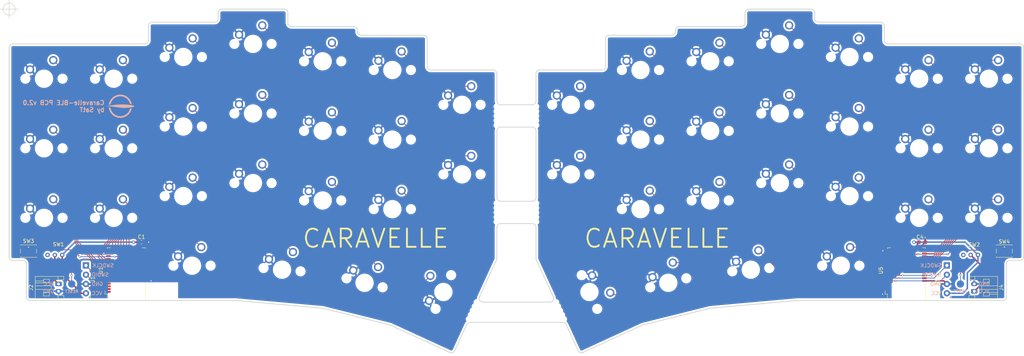
<source format=kicad_pcb>
(kicad_pcb (version 20171130) (host pcbnew "(5.1.4)-1")
  (layers (0 F.Cu signal) (31 B.Cu signal) (34 B.Paste user) (35 F.Paste user) (36 B.SilkS user) (37 F.SilkS user) (38 B.Mask user) (39 F.Mask user) (44 Edge.Cuts user))
  (net 0 "")
  (net 1 GND)
  (net 2 VCC)
  (net 3 /SWDIO)
  (net 4 /SWDCLK)
  (net 5 VAA)
  (net 6 GNDA)
  (net 7 /SWDCLK_R)
  (net 8 /SWDIO_R)
  (net 9 /L1)
  (net 10 /L2)
  (net 11 /L3)
  (net 12 /L4)
  (net 13 /L5)
  (net 14 /L6)
  (net 15 /L7)
  (net 16 /L8)
  (net 17 /L9)
  (net 18 /L10)
  (net 19 /L11)
  (net 20 /L12)
  (net 21 /L13)
  (net 22 /L14)
  (net 23 /L15)
  (net 24 /L16)
  (net 25 /L17)
  (net 26 /L18)
  (net 27 /L19)
  (net 28 /L20)
  (net 29 /L21)
  (net 30 /L22)
  (net 31 /L23)
  (net 32 /L24)
  (net 33 /R1)
  (net 34 /R2)
  (net 35 /R3)
  (net 36 /R4)
  (net 37 /R5)
  (net 38 /R6)
  (net 39 /R7)
  (net 40 /R8)
  (net 41 /R9)
  (net 42 /R10)
  (net 43 /R11)
  (net 44 /R12)
  (net 45 /R13)
  (net 46 /R14)
  (net 47 /R15)
  (net 48 /R16)
  (net 49 /R17)
  (net 50 /R18)
  (net 51 /R19)
  (net 52 /R20)
  (net 53 /R21)
  (net 54 /R22)
  (net 55 /R24)
  (net 56 /R23)
  (net 57 "Net-(SW1-Pad1)")
  (net 58 "Net-(SW2-Pad1)")
  (net 59 "Net-(U1-Pad4)")
  (net 60 "Net-(U1-Pad25)")
  (net 61 "Net-(U5-Pad25)")
  (net 62 "Net-(U1-Pad3)")
  (net 63 "Net-(U1-Pad2)")
  (net 64 "Net-(U1-Pad15)")
  (net 65 "Net-(U1-Pad14)")
  (net 66 "Net-(U5-Pad37)")
  (net 67 "Net-(U5-Pad36)")
  (net 68 "Net-(U5-Pad35)")
  (net 69 "Net-(U5-Pad34)")
  (net 70 "Net-(U5-Pad38)")
  (net 71 "Net-(J2-Pad1)")
  (net 72 "Net-(J4-Pad1)")
  (net 73 "Net-(J5-Pad1)")
  (net 74 "Net-(J6-Pad1)")
  (net 75 "Net-(SW3-Pad2)")
  (net 76 "Net-(SW4-Pad2)")
  (module locallib:breakout-pad (layer B.Cu) (at 310.1 125.26)
    (fp_text reference J6 hide)
    (fp_text value Conn_01x01)
    (pad 1 smd circle (at 0 0) (size 2 2) (layers B.Cu B.Paste B.Mask) (net 74 "Net-(J6-Pad1)"))
  )
  (module locallib:breakout-pad (layer B.Cu) (at 67.1 125.26)
    (fp_text reference J5 hide)
    (fp_text value Conn_01x01)
    (pad 1 smd circle (at 0 0) (size 2 2) (layers B.Cu B.Paste B.Mask) (net 73 "Net-(J5-Pad1)"))
  )
  (module locallib:slide_switch_vertical_01x03_pitch2mm (layer F.Cu) (at 310.9 117.3 90)
    (fp_text reference SW2 (at 2.8 3) (layer F.SilkS))
    (fp_text value SW_SPDT)
    (pad 3 thru_hole circle (at 0 2 90) (size 1.2 1.2) (drill 0.6) (layers *.Cu *.Mask) (net 72 "Net-(J4-Pad1)"))
    (pad 2 thru_hole circle (at 0 4 90) (size 1.2 1.2) (drill 0.6) (layers *.Cu *.Mask) (net 5 VAA))
    (pad 1 thru_hole circle (at 0 0 90) (size 1.2 1.2) (drill 0.6) (layers *.Cu *.Mask) (net 58 "Net-(SW2-Pad1)"))
  )
  (module locallib:logo1 (layer F.Cu) (at 227.2 112.8)
    (fp_text reference U13 hide)
    (fp_text value logo1 hide)
    (fp_text user CARAVELLE (at 0 0) (layer F.SilkS) (effects (font (size 5 5) (thickness 0.5))))
  )
  (module MX_Only:MXOnly-1.5U-NoLED (layer F.Cu) (at 208.673816 127.456301 294.7)
    (fp_text reference K48)
    (fp_text value keyboard_parts_KEYSW)
    (pad 2 thru_hole circle (at 2.54 -5.08 294.7) (size 2.25 2.25) (drill 1.47) (layers *.Cu B.Mask) (net 55 /R24))
    (pad "" np_thru_hole circle (at 0 0 294.7) (size 3.9878 3.9878) (drill 3.9878) (layers *.Cu *.Mask))
    (pad 1 thru_hole circle (at -3.81 -2.54 294.7) (size 2.25 2.25) (drill 1.47) (layers *.Cu B.Mask) (net 6 GNDA))
    (pad "" np_thru_hole circle (at -5.08 0 342.7996) (size 1.75 1.75) (drill 1.75) (layers *.Cu *.Mask))
    (pad "" np_thru_hole circle (at 5.08 0 342.7996) (size 1.75 1.75) (drill 1.75) (layers *.Cu *.Mask))
  )
  (module locallib:logo1 (layer F.Cu) (at 150.2 112.8)
    (fp_text reference U11 hide)
    (fp_text value logo1 hide)
    (fp_text user CARAVELLE (at 0 0) (layer F.SilkS) (effects (font (size 5 5) (thickness 0.5))))
  )
  (module MX_Only:MXOnly-1U-NoLED (layer F.Cu) (at 298.825 107.15)
    (fp_text reference K39)
    (fp_text value keyboard_parts_KEYSW)
    (pad "" np_thru_hole circle (at 5.08 0 48.0996) (size 1.75 1.75) (drill 1.75) (layers *.Cu *.Mask))
    (pad "" np_thru_hole circle (at -5.08 0 48.0996) (size 1.75 1.75) (drill 1.75) (layers *.Cu *.Mask))
    (pad 1 thru_hole circle (at -3.81 -2.54) (size 2.25 2.25) (drill 1.47) (layers *.Cu B.Mask) (net 6 GNDA))
    (pad "" np_thru_hole circle (at 0 0) (size 3.9878 3.9878) (drill 3.9878) (layers *.Cu *.Mask))
    (pad 2 thru_hole circle (at 2.54 -5.08) (size 2.25 2.25) (drill 1.47) (layers *.Cu B.Mask) (net 47 /R15))
  )
  (module MX_Only:MXOnly-1.25U-NoLED (layer F.Cu) (at 100.00625 120.246875)
    (fp_text reference K21)
    (fp_text value keyboard_parts_KEYSW)
    (pad "" np_thru_hole circle (at 5.08 0 48.0996) (size 1.75 1.75) (drill 1.75) (layers *.Cu *.Mask))
    (pad "" np_thru_hole circle (at -5.08 0 48.0996) (size 1.75 1.75) (drill 1.75) (layers *.Cu *.Mask))
    (pad 1 thru_hole circle (at -3.81 -2.54) (size 2.25 2.25) (drill 1.47) (layers *.Cu B.Mask) (net 1 GND))
    (pad "" np_thru_hole circle (at 0 0) (size 3.9878 3.9878) (drill 3.9878) (layers *.Cu *.Mask))
    (pad 2 thru_hole circle (at 2.54 -5.08) (size 2.25 2.25) (drill 1.47) (layers *.Cu B.Mask) (net 29 /L21))
  )
  (module MX_Only:MXOnly-1U-NoLED (layer F.Cu) (at 97.625 101.196875)
    (fp_text reference K16)
    (fp_text value keyboard_parts_KEYSW)
    (pad "" np_thru_hole circle (at 5.08 0 48.0996) (size 1.75 1.75) (drill 1.75) (layers *.Cu *.Mask))
    (pad "" np_thru_hole circle (at -5.08 0 48.0996) (size 1.75 1.75) (drill 1.75) (layers *.Cu *.Mask))
    (pad 1 thru_hole circle (at -3.81 -2.54) (size 2.25 2.25) (drill 1.47) (layers *.Cu B.Mask) (net 1 GND))
    (pad "" np_thru_hole circle (at 0 0) (size 3.9878 3.9878) (drill 3.9878) (layers *.Cu *.Mask))
    (pad 2 thru_hole circle (at 2.54 -5.08) (size 2.25 2.25) (drill 1.47) (layers *.Cu B.Mask) (net 24 /L16))
  )
  (module MX_Only:MXOnly-1U-NoLED (layer F.Cu) (at 59.525 107.15)
    (fp_text reference K14)
    (fp_text value keyboard_parts_KEYSW)
    (pad "" np_thru_hole circle (at 5.08 0 48.0996) (size 1.75 1.75) (drill 1.75) (layers *.Cu *.Mask))
    (pad "" np_thru_hole circle (at -5.08 0 48.0996) (size 1.75 1.75) (drill 1.75) (layers *.Cu *.Mask))
    (pad 1 thru_hole circle (at -3.81 -2.54) (size 2.25 2.25) (drill 1.47) (layers *.Cu B.Mask) (net 1 GND))
    (pad "" np_thru_hole circle (at 0 0) (size 3.9878 3.9878) (drill 3.9878) (layers *.Cu *.Mask))
    (pad 2 thru_hole circle (at 2.54 -5.08) (size 2.25 2.25) (drill 1.47) (layers *.Cu B.Mask) (net 22 /L14))
  )
  (module locallib:programming_port (layer F.Cu) (at 71 127.8 180)
    (fp_text reference J1 (at -1.905 3.81 90) (layer F.SilkS))
    (fp_text value Conn_01x04)
    (pad 1 thru_hole rect (at 0 7.62 180) (size 1.7 1.7) (drill 0.85) (layers *.Cu *.Mask) (net 4 /SWDCLK))
    (pad 2 thru_hole oval (at 0 5.08 180) (size 1.7 1.7) (drill 0.85) (layers *.Cu *.Mask) (net 3 /SWDIO))
    (pad 3 thru_hole oval (at 0 2.54 180) (size 1.7 1.7) (drill 0.85) (layers *.Cu *.Mask) (net 1 GND))
    (pad 4 thru_hole circle (at 0 0 180) (size 1.7 1.7) (drill 0.85) (layers *.Cu *.Mask) (net 2 VCC))
  )
  (module RF_Module:Laird_BL652 (layer F.Cu) (at 82.05 121.55 90)
    (fp_text reference U1 (at 0 -6.985 90) (layer F.SilkS))
    (fp_text value BL652_LEFT)
    (pad 39 smd rect (at -2.85 4.9 180) (size 1.2 0.5) (layers F.Cu F.Paste F.Mask) (net 1 GND))
    (pad 38 smd rect (at -2.1 4.9 180) (size 1.2 0.5) (layers F.Cu F.Paste F.Mask) (net 32 /L24))
    (pad 37 smd rect (at -1.35 4.9 180) (size 1.2 0.5) (layers F.Cu F.Paste F.Mask) (net 31 /L23))
    (pad 36 smd rect (at -0.6 4.9 180) (size 1.2 0.5) (layers F.Cu F.Paste F.Mask) (net 30 /L22))
    (pad 35 smd rect (at 0.15 4.9 180) (size 1.2 0.5) (layers F.Cu F.Paste F.Mask) (net 29 /L21))
    (pad 34 smd rect (at 0.9 4.9 180) (size 1.2 0.5) (layers F.Cu F.Paste F.Mask) (net 28 /L20))
    (pad 33 smd rect (at 1.65 4.9 180) (size 1.2 0.5) (layers F.Cu F.Paste F.Mask) (net 21 /L13))
    (pad 32 smd rect (at 2.4 4.9 180) (size 1.2 0.5) (layers F.Cu F.Paste F.Mask) (net 14 /L6))
    (pad 31 smd rect (at 3.15 4.9 180) (size 1.2 0.5) (layers F.Cu F.Paste F.Mask) (net 20 /L12))
    (pad 30 smd rect (at 3.9 4.9 180) (size 1.2 0.5) (layers F.Cu F.Paste F.Mask) (net 27 /L19))
    (pad 29 smd rect (at 4.65 4.9 180) (size 1.2 0.5) (layers F.Cu F.Paste F.Mask) (net 13 /L5))
    (pad 28 smd rect (at 5.4 4.9 180) (size 1.2 0.5) (layers F.Cu F.Paste F.Mask) (net 19 /L11))
    (pad 27 smd rect (at 5.85 3.75 90) (size 1.2 0.5) (layers F.Cu F.Paste F.Mask) (net 1 GND))
    (pad 26 smd rect (at 5.85 3 90) (size 1.2 0.5) (layers F.Cu F.Paste F.Mask) (net 2 VCC))
    (pad 25 smd rect (at 5.85 2.25 90) (size 1.2 0.5) (layers F.Cu F.Paste F.Mask) (net 60 "Net-(U1-Pad25)"))
    (pad 24 smd rect (at 5.85 1.5 90) (size 1.2 0.5) (layers F.Cu F.Paste F.Mask) (net 75 "Net-(SW3-Pad2)"))
    (pad 23 smd rect (at 5.85 0.75 90) (size 1.2 0.5) (layers F.Cu F.Paste F.Mask) (net 26 /L18))
    (pad 22 smd rect (at 5.85 0 90) (size 1.2 0.5) (layers F.Cu F.Paste F.Mask) (net 12 /L4))
    (pad 21 smd rect (at 5.85 -0.75 90) (size 1.2 0.5) (layers F.Cu F.Paste F.Mask) (net 18 /L10))
    (pad 20 smd rect (at 5.85 -1.5 90) (size 1.2 0.5) (layers F.Cu F.Paste F.Mask) (net 25 /L17))
    (pad 19 smd rect (at 5.85 -2.25 90) (size 1.2 0.5) (layers F.Cu F.Paste F.Mask) (net 11 /L3))
    (pad 18 smd rect (at 5.85 -3 90) (size 1.2 0.5) (layers F.Cu F.Paste F.Mask) (net 17 /L9))
    (pad 17 smd rect (at 5.85 -3.75 90) (size 1.2 0.5) (layers F.Cu F.Paste F.Mask) (net 24 /L16))
    (pad 16 smd rect (at 5.4 -4.9 180) (size 1.2 0.5) (layers F.Cu F.Paste F.Mask) (net 1 GND))
    (pad 15 smd rect (at 4.65 -4.9 180) (size 1.2 0.5) (layers F.Cu F.Paste F.Mask) (net 64 "Net-(U1-Pad15)"))
    (pad 14 smd rect (at 3.9 -4.9 180) (size 1.2 0.5) (layers F.Cu F.Paste F.Mask) (net 65 "Net-(U1-Pad14)"))
    (pad 13 smd rect (at 3.15 -4.9 180) (size 1.2 0.5) (layers F.Cu F.Paste F.Mask) (net 10 /L2))
    (pad 12 smd rect (at 2.4 -4.9 180) (size 1.2 0.5) (layers F.Cu F.Paste F.Mask) (net 16 /L8))
    (pad 11 smd rect (at 1.65 -4.9 180) (size 1.2 0.5) (layers F.Cu F.Paste F.Mask) (net 23 /L15))
    (pad 10 smd rect (at 0.9 -4.9 180) (size 1.2 0.5) (layers F.Cu F.Paste F.Mask) (net 9 /L1))
    (pad 9 smd rect (at 0.15 -4.9 180) (size 1.2 0.5) (layers F.Cu F.Paste F.Mask) (net 15 /L7))
    (pad 8 smd rect (at -0.6 -4.9 180) (size 1.2 0.5) (layers F.Cu F.Paste F.Mask) (net 22 /L14))
    (pad 7 smd rect (at -1.35 -4.9 180) (size 1.2 0.5) (layers F.Cu F.Paste F.Mask) (net 73 "Net-(J5-Pad1)"))
    (pad 6 smd rect (at -2.1 -4.9 180) (size 1.2 0.5) (layers F.Cu F.Paste F.Mask) (net 4 /SWDCLK))
    (pad 5 smd rect (at -2.85 -4.9 180) (size 1.2 0.5) (layers F.Cu F.Paste F.Mask) (net 3 /SWDIO))
    (pad 4 smd rect (at -3.6 -4.9 180) (size 1.2 0.5) (layers F.Cu F.Paste F.Mask) (net 59 "Net-(U1-Pad4)"))
    (pad 3 smd rect (at -4.35 -4.9 180) (size 1.2 0.5) (layers F.Cu F.Paste F.Mask) (net 62 "Net-(U1-Pad3)"))
    (pad 2 smd rect (at -5.1 -4.9 180) (size 1.2 0.5) (layers F.Cu F.Paste F.Mask) (net 63 "Net-(U1-Pad2)"))
    (pad 1 smd rect (at -5.85 -4.9 180) (size 1.2 0.5) (layers F.Cu F.Paste F.Mask) (net 1 GND))
  )
  (module locallib:SW_SPST_ALPS-SKRP (layer F.Cu) (at 322.1 116.25)
    (fp_text reference SW4 (at 0 -2.6) (layer F.SilkS))
    (fp_text value RESET_SW)
    (pad 2 smd rect (at 2.075 1.075) (size 1.25 0.85) (layers F.Cu F.Paste F.Mask) (net 76 "Net-(SW4-Pad2)"))
    (pad 2 smd rect (at -2.075 1.075) (size 1.25 0.85) (layers F.Cu F.Paste F.Mask) (net 76 "Net-(SW4-Pad2)"))
    (pad 1 smd rect (at 2.075 -1.075) (size 1.25 0.85) (layers F.Cu F.Paste F.Mask) (net 6 GNDA))
    (pad 1 smd rect (at -2.075 -1.075) (size 1.25 0.85) (layers F.Cu F.Paste F.Mask) (net 6 GNDA))
  )
  (module locallib:SW_SPST_ALPS-SKRP (layer F.Cu) (at 55.3 116.25)
    (fp_text reference SW3 (at 0 -2.75) (layer F.SilkS))
    (fp_text value RESET_SW)
    (pad 2 smd rect (at 2.075 1.075) (size 1.25 0.85) (layers F.Cu F.Paste F.Mask) (net 75 "Net-(SW3-Pad2)"))
    (pad 2 smd rect (at -2.075 1.075) (size 1.25 0.85) (layers F.Cu F.Paste F.Mask) (net 75 "Net-(SW3-Pad2)"))
    (pad 1 smd rect (at 2.075 -1.075) (size 1.25 0.85) (layers F.Cu F.Paste F.Mask) (net 1 GND))
    (pad 1 smd rect (at -2.075 -1.075) (size 1.25 0.85) (layers F.Cu F.Paste F.Mask) (net 1 GND))
  )
  (module RF_Module:Laird_BL652 (layer F.Cu) (at 295.35 121.55 90)
    (fp_text reference U5 (at 0 -6.985 90) (layer F.SilkS))
    (fp_text value BL652_RIGHT)
    (pad 39 smd rect (at -2.85 4.9 180) (size 1.2 0.5) (layers F.Cu F.Paste F.Mask) (net 6 GNDA))
    (pad 38 smd rect (at -2.1 4.9 180) (size 1.2 0.5) (layers F.Cu F.Paste F.Mask) (net 70 "Net-(U5-Pad38)"))
    (pad 37 smd rect (at -1.35 4.9 180) (size 1.2 0.5) (layers F.Cu F.Paste F.Mask) (net 66 "Net-(U5-Pad37)"))
    (pad 36 smd rect (at -0.6 4.9 180) (size 1.2 0.5) (layers F.Cu F.Paste F.Mask) (net 67 "Net-(U5-Pad36)"))
    (pad 35 smd rect (at 0.15 4.9 180) (size 1.2 0.5) (layers F.Cu F.Paste F.Mask) (net 68 "Net-(U5-Pad35)"))
    (pad 34 smd rect (at 0.9 4.9 180) (size 1.2 0.5) (layers F.Cu F.Paste F.Mask) (net 69 "Net-(U5-Pad34)"))
    (pad 33 smd rect (at 1.65 4.9 180) (size 1.2 0.5) (layers F.Cu F.Paste F.Mask) (net 46 /R14))
    (pad 32 smd rect (at 2.4 4.9 180) (size 1.2 0.5) (layers F.Cu F.Paste F.Mask) (net 39 /R7))
    (pad 31 smd rect (at 3.15 4.9 180) (size 1.2 0.5) (layers F.Cu F.Paste F.Mask) (net 33 /R1))
    (pad 30 smd rect (at 3.9 4.9 180) (size 1.2 0.5) (layers F.Cu F.Paste F.Mask) (net 34 /R2))
    (pad 29 smd rect (at 4.65 4.9 180) (size 1.2 0.5) (layers F.Cu F.Paste F.Mask) (net 40 /R8))
    (pad 28 smd rect (at 5.4 4.9 180) (size 1.2 0.5) (layers F.Cu F.Paste F.Mask) (net 47 /R15))
    (pad 27 smd rect (at 5.85 3.75 90) (size 1.2 0.5) (layers F.Cu F.Paste F.Mask) (net 6 GNDA))
    (pad 26 smd rect (at 5.85 3 90) (size 1.2 0.5) (layers F.Cu F.Paste F.Mask) (net 5 VAA))
    (pad 25 smd rect (at 5.85 2.25 90) (size 1.2 0.5) (layers F.Cu F.Paste F.Mask) (net 61 "Net-(U5-Pad25)"))
    (pad 24 smd rect (at 5.85 1.5 90) (size 1.2 0.5) (layers F.Cu F.Paste F.Mask) (net 76 "Net-(SW4-Pad2)"))
    (pad 23 smd rect (at 5.85 0.75 90) (size 1.2 0.5) (layers F.Cu F.Paste F.Mask) (net 35 /R3))
    (pad 22 smd rect (at 5.85 0 90) (size 1.2 0.5) (layers F.Cu F.Paste F.Mask) (net 41 /R9))
    (pad 21 smd rect (at 5.85 -0.75 90) (size 1.2 0.5) (layers F.Cu F.Paste F.Mask) (net 48 /R16))
    (pad 20 smd rect (at 5.85 -1.5 90) (size 1.2 0.5) (layers F.Cu F.Paste F.Mask) (net 36 /R4))
    (pad 19 smd rect (at 5.85 -2.25 90) (size 1.2 0.5) (layers F.Cu F.Paste F.Mask) (net 42 /R10))
    (pad 18 smd rect (at 5.85 -3 90) (size 1.2 0.5) (layers F.Cu F.Paste F.Mask) (net 49 /R17))
    (pad 17 smd rect (at 5.85 -3.75 90) (size 1.2 0.5) (layers F.Cu F.Paste F.Mask) (net 37 /R5))
    (pad 16 smd rect (at 5.4 -4.9 180) (size 1.2 0.5) (layers F.Cu F.Paste F.Mask) (net 6 GNDA))
    (pad 15 smd rect (at 4.65 -4.9 180) (size 1.2 0.5) (layers F.Cu F.Paste F.Mask) (net 43 /R11))
    (pad 14 smd rect (at 3.9 -4.9 180) (size 1.2 0.5) (layers F.Cu F.Paste F.Mask) (net 50 /R18))
    (pad 13 smd rect (at 3.15 -4.9 180) (size 1.2 0.5) (layers F.Cu F.Paste F.Mask) (net 38 /R6))
    (pad 12 smd rect (at 2.4 -4.9 180) (size 1.2 0.5) (layers F.Cu F.Paste F.Mask) (net 44 /R12))
    (pad 11 smd rect (at 1.65 -4.9 180) (size 1.2 0.5) (layers F.Cu F.Paste F.Mask) (net 51 /R19))
    (pad 10 smd rect (at 0.9 -4.9 180) (size 1.2 0.5) (layers F.Cu F.Paste F.Mask) (net 45 /R13))
    (pad 9 smd rect (at 0.15 -4.9 180) (size 1.2 0.5) (layers F.Cu F.Paste F.Mask) (net 52 /R20))
    (pad 8 smd rect (at -0.6 -4.9 180) (size 1.2 0.5) (layers F.Cu F.Paste F.Mask) (net 53 /R21))
    (pad 7 smd rect (at -1.35 -4.9 180) (size 1.2 0.5) (layers F.Cu F.Paste F.Mask) (net 74 "Net-(J6-Pad1)"))
    (pad 6 smd rect (at -2.1 -4.9 180) (size 1.2 0.5) (layers F.Cu F.Paste F.Mask) (net 7 /SWDCLK_R))
    (pad 5 smd rect (at -2.85 -4.9 180) (size 1.2 0.5) (layers F.Cu F.Paste F.Mask) (net 8 /SWDIO_R))
    (pad 4 smd rect (at -3.6 -4.9 180) (size 1.2 0.5) (layers F.Cu F.Paste F.Mask) (net 54 /R22))
    (pad 3 smd rect (at -4.35 -4.9 180) (size 1.2 0.5) (layers F.Cu F.Paste F.Mask) (net 56 /R23))
    (pad 2 smd rect (at -5.1 -4.9 180) (size 1.2 0.5) (layers F.Cu F.Paste F.Mask) (net 55 /R24))
    (pad 1 smd rect (at -5.85 -4.9 180) (size 1.2 0.5) (layers F.Cu F.Paste F.Mask) (net 6 GNDA))
  )
  (module Connector_JST:JST_PH_S2B-PH-K_1x02_P2.00mm_Horizontal (layer F.Cu) (at 313.9 127.25 90)
    (fp_text reference J4 (at 1 7.4 90) (layer F.SilkS))
    (fp_text value Conn_01x02_Female)
    (pad 2 thru_hole oval (at 2 0 90) (size 1.2 1.75) (drill 0.75) (layers *.Cu *.Mask) (net 6 GNDA))
    (pad 1 thru_hole roundrect (at 0 0 90) (size 1.2 1.75) (drill 0.75) (layers *.Cu *.Mask) (roundrect_rratio 0.208) (net 72 "Net-(J4-Pad1)"))
  )
  (module Connector_JST:JST_PH_S2B-PH-K_1x02_P2.00mm_Horizontal (layer F.Cu) (at 63.5 125.25 270)
    (fp_text reference J2 (at 1 7.5 90) (layer F.SilkS))
    (fp_text value Conn_01x02_Female)
    (pad 2 thru_hole oval (at 2 0 270) (size 1.2 1.75) (drill 0.75) (layers *.Cu *.Mask) (net 1 GND))
    (pad 1 thru_hole roundrect (at 0 0 270) (size 1.2 1.75) (drill 0.75) (layers *.Cu *.Mask) (roundrect_rratio 0.208) (net 71 "Net-(J2-Pad1)"))
  )
  (module Capacitor_SMD:C_0603_1608Metric_Pad1.05x0.95mm_HandSolder (layer F.Cu) (at 299.6 113.8)
    (fp_text reference C4 (at -0.55 -1.43) (layer F.SilkS))
    (fp_text value 0.1uF)
    (pad 2 smd roundrect (at 0.875 0) (size 1.05 0.95) (layers F.Cu F.Paste F.Mask) (net 6 GNDA))
    (pad 1 smd roundrect (at -0.875 0) (size 1.05 0.95) (layers F.Cu F.Paste F.Mask) (net 5 VAA))
  )
  (module Capacitor_SMD:C_0603_1608Metric_Pad1.05x0.95mm_HandSolder (layer F.Cu) (at 86.2 113.8)
    (fp_text reference C1 (at 0 -1.43) (layer F.SilkS))
    (fp_text value 0.1uF)
    (pad 2 smd roundrect (at 0.875 0) (size 1.05 0.95) (layers F.Cu F.Paste F.Mask) (net 1 GND))
    (pad 1 smd roundrect (at -0.875 0) (size 1.05 0.95) (layers F.Cu F.Paste F.Mask) (net 2 VCC))
  )
  (module locallib:logo2 (layer B.Cu) (at 80.4 76.6 180)
    (fp_text reference U12 hide)
    (fp_text value logo2 hide)
  )
  (module random-keyboard-parts:breakaway-mousebites (layer F.Cu) (at 200.35 132.706541 294.8)
    (fp_text reference U8)
    (fp_text value hole)
    (pad "" np_thru_hole circle (at -2.54 -0.254 294.8) (size 0.7874 0.7874) (drill 0.7874) (layers *.Cu *.Mask))
    (pad "" np_thru_hole circle (at -1.27 -0.254 294.8) (size 0.7874 0.7874) (drill 0.7874) (layers *.Cu *.Mask))
    (pad "" np_thru_hole circle (at 2.54 -0.254 294.8) (size 0.7874 0.7874) (drill 0.7874) (layers *.Cu *.Mask))
    (pad "" np_thru_hole circle (at 1.27 -0.254 294.8) (size 0.7874 0.7874) (drill 0.7874) (layers *.Cu *.Mask))
    (pad "" np_thru_hole circle (at 0 -0.254 294.8) (size 0.7874 0.7874) (drill 0.7874) (layers *.Cu *.Mask))
  )
  (module random-keyboard-parts:breakaway-mousebites (layer F.Cu) (at 193.796 105.687981 270)
    (fp_text reference U7)
    (fp_text value hole)
    (pad "" np_thru_hole circle (at -2.54 -0.254 270) (size 0.7874 0.7874) (drill 0.7874) (layers *.Cu *.Mask))
    (pad "" np_thru_hole circle (at -1.27 -0.254 270) (size 0.7874 0.7874) (drill 0.7874) (layers *.Cu *.Mask))
    (pad "" np_thru_hole circle (at 2.54 -0.254 270) (size 0.7874 0.7874) (drill 0.7874) (layers *.Cu *.Mask))
    (pad "" np_thru_hole circle (at 1.27 -0.254 270) (size 0.7874 0.7874) (drill 0.7874) (layers *.Cu *.Mask))
    (pad "" np_thru_hole circle (at 0 -0.254 270) (size 0.7874 0.7874) (drill 0.7874) (layers *.Cu *.Mask))
  )
  (module random-keyboard-parts:breakaway-mousebites (layer F.Cu) (at 193.796 79.24375 270)
    (fp_text reference U6)
    (fp_text value hole)
    (pad "" np_thru_hole circle (at -2.54 -0.254 270) (size 0.7874 0.7874) (drill 0.7874) (layers *.Cu *.Mask))
    (pad "" np_thru_hole circle (at -1.27 -0.254 270) (size 0.7874 0.7874) (drill 0.7874) (layers *.Cu *.Mask))
    (pad "" np_thru_hole circle (at 2.54 -0.254 270) (size 0.7874 0.7874) (drill 0.7874) (layers *.Cu *.Mask))
    (pad "" np_thru_hole circle (at 1.27 -0.254 270) (size 0.7874 0.7874) (drill 0.7874) (layers *.Cu *.Mask))
    (pad "" np_thru_hole circle (at 0 -0.254 270) (size 0.7874 0.7874) (drill 0.7874) (layers *.Cu *.Mask))
  )
  (module random-keyboard-parts:breakaway-mousebites (layer F.Cu) (at 177.05 132.706541 65.2)
    (fp_text reference U4)
    (fp_text value hole)
    (pad "" np_thru_hole circle (at -2.54 -0.254 65.2) (size 0.7874 0.7874) (drill 0.7874) (layers *.Cu *.Mask))
    (pad "" np_thru_hole circle (at -1.27 -0.254 65.2) (size 0.7874 0.7874) (drill 0.7874) (layers *.Cu *.Mask))
    (pad "" np_thru_hole circle (at 2.54 -0.254 65.2) (size 0.7874 0.7874) (drill 0.7874) (layers *.Cu *.Mask))
    (pad "" np_thru_hole circle (at 1.27 -0.254 65.2) (size 0.7874 0.7874) (drill 0.7874) (layers *.Cu *.Mask))
    (pad "" np_thru_hole circle (at 0 -0.254 65.2) (size 0.7874 0.7874) (drill 0.7874) (layers *.Cu *.Mask))
  )
  (module random-keyboard-parts:breakaway-mousebites (layer F.Cu) (at 183.604 105.687981 90)
    (fp_text reference U3)
    (fp_text value hole)
    (pad "" np_thru_hole circle (at -2.54 -0.254 90) (size 0.7874 0.7874) (drill 0.7874) (layers *.Cu *.Mask))
    (pad "" np_thru_hole circle (at -1.27 -0.254 90) (size 0.7874 0.7874) (drill 0.7874) (layers *.Cu *.Mask))
    (pad "" np_thru_hole circle (at 2.54 -0.254 90) (size 0.7874 0.7874) (drill 0.7874) (layers *.Cu *.Mask))
    (pad "" np_thru_hole circle (at 1.27 -0.254 90) (size 0.7874 0.7874) (drill 0.7874) (layers *.Cu *.Mask))
    (pad "" np_thru_hole circle (at 0 -0.254 90) (size 0.7874 0.7874) (drill 0.7874) (layers *.Cu *.Mask))
  )
  (module random-keyboard-parts:breakaway-mousebites (layer F.Cu) (at 183.604 79.24375 90)
    (fp_text reference U2)
    (fp_text value hole)
    (pad "" np_thru_hole circle (at -2.54 -0.254 90) (size 0.7874 0.7874) (drill 0.7874) (layers *.Cu *.Mask))
    (pad "" np_thru_hole circle (at -1.27 -0.254 90) (size 0.7874 0.7874) (drill 0.7874) (layers *.Cu *.Mask))
    (pad "" np_thru_hole circle (at 2.54 -0.254 90) (size 0.7874 0.7874) (drill 0.7874) (layers *.Cu *.Mask))
    (pad "" np_thru_hole circle (at 1.27 -0.254 90) (size 0.7874 0.7874) (drill 0.7874) (layers *.Cu *.Mask))
    (pad "" np_thru_hole circle (at 0 -0.254 90) (size 0.7874 0.7874) (drill 0.7874) (layers *.Cu *.Mask))
  )
  (module locallib:slide_switch_vertical_01x03_pitch2mm (layer F.Cu) (at 60.5 117.3 90)
    (fp_text reference SW1 (at 2.9 3) (layer F.SilkS))
    (fp_text value SW_SPDT)
    (pad 3 thru_hole circle (at 0 2 90) (size 1.2 1.2) (drill 0.6) (layers *.Cu *.Mask) (net 71 "Net-(J2-Pad1)"))
    (pad 2 thru_hole circle (at 0 4 90) (size 1.2 1.2) (drill 0.6) (layers *.Cu *.Mask) (net 2 VCC))
    (pad 1 thru_hole circle (at 0 0 90) (size 1.2 1.2) (drill 0.6) (layers *.Cu *.Mask) (net 57 "Net-(SW1-Pad1)"))
  )
  (module locallib:programming_port (layer F.Cu) (at 306.4 127.8 180)
    (fp_text reference J3 (at 2.6 3 270) (layer F.SilkS))
    (fp_text value Conn_01x04)
    (pad 1 thru_hole rect (at 0 7.62 180) (size 1.7 1.7) (drill 0.85) (layers *.Cu *.Mask) (net 7 /SWDCLK_R))
    (pad 2 thru_hole oval (at 0 5.08 180) (size 1.7 1.7) (drill 0.85) (layers *.Cu *.Mask) (net 8 /SWDIO_R))
    (pad 3 thru_hole oval (at 0 2.54 180) (size 1.7 1.7) (drill 0.85) (layers *.Cu *.Mask) (net 6 GNDA))
    (pad 4 thru_hole circle (at 0 0 180) (size 1.7 1.7) (drill 0.85) (layers *.Cu *.Mask) (net 5 VAA))
  )
  (module MX_Only:MXOnly-1U-NoLED (layer F.Cu) (at 317.875 107.15)
    (fp_text reference K38)
    (fp_text value keyboard_parts_KEYSW)
    (pad "" np_thru_hole circle (at 5.08 0 48.0996) (size 1.75 1.75) (drill 1.75) (layers *.Cu *.Mask))
    (pad "" np_thru_hole circle (at -5.08 0 48.0996) (size 1.75 1.75) (drill 1.75) (layers *.Cu *.Mask))
    (pad 1 thru_hole circle (at -3.81 -2.54) (size 2.25 2.25) (drill 1.47) (layers *.Cu B.Mask) (net 6 GNDA))
    (pad "" np_thru_hole circle (at 0 0) (size 3.9878 3.9878) (drill 3.9878) (layers *.Cu *.Mask))
    (pad 2 thru_hole circle (at 2.54 -5.08) (size 2.25 2.25) (drill 1.47) (layers *.Cu B.Mask) (net 46 /R14))
  )
  (module MX_Only:MXOnly-1U-NoLED (layer F.Cu) (at 173.825 95.24375)
    (fp_text reference K20)
    (fp_text value keyboard_parts_KEYSW)
    (pad "" np_thru_hole circle (at 5.08 0 48.0996) (size 1.75 1.75) (drill 1.75) (layers *.Cu *.Mask))
    (pad "" np_thru_hole circle (at -5.08 0 48.0996) (size 1.75 1.75) (drill 1.75) (layers *.Cu *.Mask))
    (pad 1 thru_hole circle (at -3.81 -2.54) (size 2.25 2.25) (drill 1.47) (layers *.Cu B.Mask) (net 1 GND))
    (pad "" np_thru_hole circle (at 0 0) (size 3.9878 3.9878) (drill 3.9878) (layers *.Cu *.Mask))
    (pad 2 thru_hole circle (at 2.54 -5.08) (size 2.25 2.25) (drill 1.47) (layers *.Cu B.Mask) (net 28 /L20))
  )
  (module MX_Only:MXOnly-1U-NoLED (layer F.Cu) (at 230.221972 124.935329 14)
    (fp_text reference K47)
    (fp_text value keyboard_parts_KEYSW)
    (pad "" np_thru_hole circle (at 5.08 0 62.0996) (size 1.75 1.75) (drill 1.75) (layers *.Cu *.Mask))
    (pad "" np_thru_hole circle (at -5.08 0 62.0996) (size 1.75 1.75) (drill 1.75) (layers *.Cu *.Mask))
    (pad 1 thru_hole circle (at -3.81 -2.54 14) (size 2.25 2.25) (drill 1.47) (layers *.Cu B.Mask) (net 6 GNDA))
    (pad "" np_thru_hole circle (at 0 0 14) (size 3.9878 3.9878) (drill 3.9878) (layers *.Cu *.Mask))
    (pad 2 thru_hole circle (at 2.54 -5.08 14) (size 2.25 2.25) (drill 1.47) (layers *.Cu B.Mask) (net 56 /R23))
  )
  (module MX_Only:MXOnly-1U-NoLED (layer F.Cu) (at 59.525 69.05)
    (fp_text reference K1)
    (fp_text value keyboard_parts_KEYSW)
    (pad "" np_thru_hole circle (at 5.08 0 48.0996) (size 1.75 1.75) (drill 1.75) (layers *.Cu *.Mask))
    (pad "" np_thru_hole circle (at -5.08 0 48.0996) (size 1.75 1.75) (drill 1.75) (layers *.Cu *.Mask))
    (pad 1 thru_hole circle (at -3.81 -2.54) (size 2.25 2.25) (drill 1.47) (layers *.Cu B.Mask) (net 1 GND))
    (pad "" np_thru_hole circle (at 0 0) (size 3.9878 3.9878) (drill 3.9878) (layers *.Cu *.Mask))
    (pad 2 thru_hole circle (at 2.54 -5.08) (size 2.25 2.25) (drill 1.47) (layers *.Cu B.Mask) (net 9 /L1))
  )
  (module MX_Only:MXOnly-1U-NoLED (layer F.Cu) (at 78.575 69.05)
    (fp_text reference K2)
    (fp_text value keyboard_parts_KEYSW)
    (pad "" np_thru_hole circle (at 5.08 0 48.0996) (size 1.75 1.75) (drill 1.75) (layers *.Cu *.Mask))
    (pad "" np_thru_hole circle (at -5.08 0 48.0996) (size 1.75 1.75) (drill 1.75) (layers *.Cu *.Mask))
    (pad 1 thru_hole circle (at -3.81 -2.54) (size 2.25 2.25) (drill 1.47) (layers *.Cu B.Mask) (net 1 GND))
    (pad "" np_thru_hole circle (at 0 0) (size 3.9878 3.9878) (drill 3.9878) (layers *.Cu *.Mask))
    (pad 2 thru_hole circle (at 2.54 -5.08) (size 2.25 2.25) (drill 1.47) (layers *.Cu B.Mask) (net 10 /L2))
  )
  (module MX_Only:MXOnly-1U-NoLED (layer F.Cu) (at 135.725 64.287499)
    (fp_text reference K5)
    (fp_text value keyboard_parts_KEYSW)
    (pad "" np_thru_hole circle (at 5.08 0 48.0996) (size 1.75 1.75) (drill 1.75) (layers *.Cu *.Mask))
    (pad "" np_thru_hole circle (at -5.08 0 48.0996) (size 1.75 1.75) (drill 1.75) (layers *.Cu *.Mask))
    (pad 1 thru_hole circle (at -3.81 -2.54) (size 2.25 2.25) (drill 1.47) (layers *.Cu B.Mask) (net 1 GND))
    (pad "" np_thru_hole circle (at 0 0) (size 3.9878 3.9878) (drill 3.9878) (layers *.Cu *.Mask))
    (pad 2 thru_hole circle (at 2.54 -5.08) (size 2.25 2.25) (drill 1.47) (layers *.Cu B.Mask) (net 13 /L5))
  )
  (module MX_Only:MXOnly-1U-NoLED (layer F.Cu) (at 154.775 66.66875)
    (fp_text reference K6)
    (fp_text value keyboard_parts_KEYSW)
    (pad "" np_thru_hole circle (at 5.08 0 48.0996) (size 1.75 1.75) (drill 1.75) (layers *.Cu *.Mask))
    (pad "" np_thru_hole circle (at -5.08 0 48.0996) (size 1.75 1.75) (drill 1.75) (layers *.Cu *.Mask))
    (pad 1 thru_hole circle (at -3.81 -2.54) (size 2.25 2.25) (drill 1.47) (layers *.Cu B.Mask) (net 1 GND))
    (pad "" np_thru_hole circle (at 0 0) (size 3.9878 3.9878) (drill 3.9878) (layers *.Cu *.Mask))
    (pad 2 thru_hole circle (at 2.54 -5.08) (size 2.25 2.25) (drill 1.47) (layers *.Cu B.Mask) (net 14 /L6))
  )
  (module MX_Only:MXOnly-1U-NoLED (layer F.Cu) (at 59.525 88.1)
    (fp_text reference K7)
    (fp_text value keyboard_parts_KEYSW)
    (pad "" np_thru_hole circle (at 5.08 0 48.0996) (size 1.75 1.75) (drill 1.75) (layers *.Cu *.Mask))
    (pad "" np_thru_hole circle (at -5.08 0 48.0996) (size 1.75 1.75) (drill 1.75) (layers *.Cu *.Mask))
    (pad 1 thru_hole circle (at -3.81 -2.54) (size 2.25 2.25) (drill 1.47) (layers *.Cu B.Mask) (net 1 GND))
    (pad "" np_thru_hole circle (at 0 0) (size 3.9878 3.9878) (drill 3.9878) (layers *.Cu *.Mask))
    (pad 2 thru_hole circle (at 2.54 -5.08) (size 2.25 2.25) (drill 1.47) (layers *.Cu B.Mask) (net 15 /L7))
  )
  (module MX_Only:MXOnly-1U-NoLED (layer F.Cu) (at 78.575 88.1)
    (fp_text reference K8)
    (fp_text value keyboard_parts_KEYSW)
    (pad "" np_thru_hole circle (at 5.08 0 48.0996) (size 1.75 1.75) (drill 1.75) (layers *.Cu *.Mask))
    (pad "" np_thru_hole circle (at -5.08 0 48.0996) (size 1.75 1.75) (drill 1.75) (layers *.Cu *.Mask))
    (pad 1 thru_hole circle (at -3.81 -2.54) (size 2.25 2.25) (drill 1.47) (layers *.Cu B.Mask) (net 1 GND))
    (pad "" np_thru_hole circle (at 0 0) (size 3.9878 3.9878) (drill 3.9878) (layers *.Cu *.Mask))
    (pad 2 thru_hole circle (at 2.54 -5.08) (size 2.25 2.25) (drill 1.47) (layers *.Cu B.Mask) (net 16 /L8))
  )
  (module MX_Only:MXOnly-1U-NoLED (layer F.Cu) (at 97.625 82.146875)
    (fp_text reference K9)
    (fp_text value keyboard_parts_KEYSW)
    (pad "" np_thru_hole circle (at 5.08 0 48.0996) (size 1.75 1.75) (drill 1.75) (layers *.Cu *.Mask))
    (pad "" np_thru_hole circle (at -5.08 0 48.0996) (size 1.75 1.75) (drill 1.75) (layers *.Cu *.Mask))
    (pad 1 thru_hole circle (at -3.81 -2.54) (size 2.25 2.25) (drill 1.47) (layers *.Cu B.Mask) (net 1 GND))
    (pad "" np_thru_hole circle (at 0 0) (size 3.9878 3.9878) (drill 3.9878) (layers *.Cu *.Mask))
    (pad 2 thru_hole circle (at 2.54 -5.08) (size 2.25 2.25) (drill 1.47) (layers *.Cu B.Mask) (net 17 /L9))
  )
  (module MX_Only:MXOnly-1U-NoLED (layer F.Cu) (at 116.675 78.575)
    (fp_text reference K10)
    (fp_text value keyboard_parts_KEYSW)
    (pad "" np_thru_hole circle (at 5.08 0 48.0996) (size 1.75 1.75) (drill 1.75) (layers *.Cu *.Mask))
    (pad "" np_thru_hole circle (at -5.08 0 48.0996) (size 1.75 1.75) (drill 1.75) (layers *.Cu *.Mask))
    (pad 1 thru_hole circle (at -3.81 -2.54) (size 2.25 2.25) (drill 1.47) (layers *.Cu B.Mask) (net 1 GND))
    (pad "" np_thru_hole circle (at 0 0) (size 3.9878 3.9878) (drill 3.9878) (layers *.Cu *.Mask))
    (pad 2 thru_hole circle (at 2.54 -5.08) (size 2.25 2.25) (drill 1.47) (layers *.Cu B.Mask) (net 18 /L10))
  )
  (module MX_Only:MXOnly-1U-NoLED (layer F.Cu) (at 135.725 83.3375)
    (fp_text reference K11)
    (fp_text value keyboard_parts_KEYSW)
    (pad "" np_thru_hole circle (at 5.08 0 48.0996) (size 1.75 1.75) (drill 1.75) (layers *.Cu *.Mask))
    (pad "" np_thru_hole circle (at -5.08 0 48.0996) (size 1.75 1.75) (drill 1.75) (layers *.Cu *.Mask))
    (pad 1 thru_hole circle (at -3.81 -2.54) (size 2.25 2.25) (drill 1.47) (layers *.Cu B.Mask) (net 1 GND))
    (pad "" np_thru_hole circle (at 0 0) (size 3.9878 3.9878) (drill 3.9878) (layers *.Cu *.Mask))
    (pad 2 thru_hole circle (at 2.54 -5.08) (size 2.25 2.25) (drill 1.47) (layers *.Cu B.Mask) (net 19 /L11))
  )
  (module MX_Only:MXOnly-1U-NoLED (layer F.Cu) (at 154.775 85.71875)
    (fp_text reference K12)
    (fp_text value keyboard_parts_KEYSW)
    (pad "" np_thru_hole circle (at 5.08 0 48.0996) (size 1.75 1.75) (drill 1.75) (layers *.Cu *.Mask))
    (pad "" np_thru_hole circle (at -5.08 0 48.0996) (size 1.75 1.75) (drill 1.75) (layers *.Cu *.Mask))
    (pad 1 thru_hole circle (at -3.81 -2.54) (size 2.25 2.25) (drill 1.47) (layers *.Cu B.Mask) (net 1 GND))
    (pad "" np_thru_hole circle (at 0 0) (size 3.9878 3.9878) (drill 3.9878) (layers *.Cu *.Mask))
    (pad 2 thru_hole circle (at 2.54 -5.08) (size 2.25 2.25) (drill 1.47) (layers *.Cu B.Mask) (net 20 /L12))
  )
  (module MX_Only:MXOnly-1U-NoLED (layer F.Cu) (at 173.825 76.19375)
    (fp_text reference K13)
    (fp_text value keyboard_parts_KEYSW)
    (pad "" np_thru_hole circle (at 5.08 0 48.0996) (size 1.75 1.75) (drill 1.75) (layers *.Cu *.Mask))
    (pad "" np_thru_hole circle (at -5.08 0 48.0996) (size 1.75 1.75) (drill 1.75) (layers *.Cu *.Mask))
    (pad 1 thru_hole circle (at -3.81 -2.54) (size 2.25 2.25) (drill 1.47) (layers *.Cu B.Mask) (net 1 GND))
    (pad "" np_thru_hole circle (at 0 0) (size 3.9878 3.9878) (drill 3.9878) (layers *.Cu *.Mask))
    (pad 2 thru_hole circle (at 2.54 -5.08) (size 2.25 2.25) (drill 1.47) (layers *.Cu B.Mask) (net 21 /L13))
  )
  (module MX_Only:MXOnly-1U-NoLED (layer F.Cu) (at 78.575 107.15)
    (fp_text reference K15)
    (fp_text value keyboard_parts_KEYSW)
    (pad "" np_thru_hole circle (at 5.08 0 48.0996) (size 1.75 1.75) (drill 1.75) (layers *.Cu *.Mask))
    (pad "" np_thru_hole circle (at -5.08 0 48.0996) (size 1.75 1.75) (drill 1.75) (layers *.Cu *.Mask))
    (pad 1 thru_hole circle (at -3.81 -2.54) (size 2.25 2.25) (drill 1.47) (layers *.Cu B.Mask) (net 1 GND))
    (pad "" np_thru_hole circle (at 0 0) (size 3.9878 3.9878) (drill 3.9878) (layers *.Cu *.Mask))
    (pad 2 thru_hole circle (at 2.54 -5.08) (size 2.25 2.25) (drill 1.47) (layers *.Cu B.Mask) (net 23 /L15))
  )
  (module MX_Only:MXOnly-1U-NoLED (layer F.Cu) (at 116.675 97.625)
    (fp_text reference K17)
    (fp_text value keyboard_parts_KEYSW)
    (pad "" np_thru_hole circle (at 5.08 0 48.0996) (size 1.75 1.75) (drill 1.75) (layers *.Cu *.Mask))
    (pad "" np_thru_hole circle (at -5.08 0 48.0996) (size 1.75 1.75) (drill 1.75) (layers *.Cu *.Mask))
    (pad 1 thru_hole circle (at -3.81 -2.54) (size 2.25 2.25) (drill 1.47) (layers *.Cu B.Mask) (net 1 GND))
    (pad "" np_thru_hole circle (at 0 0) (size 3.9878 3.9878) (drill 3.9878) (layers *.Cu *.Mask))
    (pad 2 thru_hole circle (at 2.54 -5.08) (size 2.25 2.25) (drill 1.47) (layers *.Cu B.Mask) (net 25 /L17))
  )
  (module MX_Only:MXOnly-1U-NoLED (layer F.Cu) (at 135.725 102.3875)
    (fp_text reference K18)
    (fp_text value keyboard_parts_KEYSW)
    (pad "" np_thru_hole circle (at 5.08 0 48.0996) (size 1.75 1.75) (drill 1.75) (layers *.Cu *.Mask))
    (pad "" np_thru_hole circle (at -5.08 0 48.0996) (size 1.75 1.75) (drill 1.75) (layers *.Cu *.Mask))
    (pad 1 thru_hole circle (at -3.81 -2.54) (size 2.25 2.25) (drill 1.47) (layers *.Cu B.Mask) (net 1 GND))
    (pad "" np_thru_hole circle (at 0 0) (size 3.9878 3.9878) (drill 3.9878) (layers *.Cu *.Mask))
    (pad 2 thru_hole circle (at 2.54 -5.08) (size 2.25 2.25) (drill 1.47) (layers *.Cu B.Mask) (net 26 /L18))
  )
  (module MX_Only:MXOnly-1U-NoLED (layer F.Cu) (at 154.775 104.76875)
    (fp_text reference K19)
    (fp_text value keyboard_parts_KEYSW)
    (pad "" np_thru_hole circle (at 5.08 0 48.0996) (size 1.75 1.75) (drill 1.75) (layers *.Cu *.Mask))
    (pad "" np_thru_hole circle (at -5.08 0 48.0996) (size 1.75 1.75) (drill 1.75) (layers *.Cu *.Mask))
    (pad 1 thru_hole circle (at -3.81 -2.54) (size 2.25 2.25) (drill 1.47) (layers *.Cu B.Mask) (net 1 GND))
    (pad "" np_thru_hole circle (at 0 0) (size 3.9878 3.9878) (drill 3.9878) (layers *.Cu *.Mask))
    (pad 2 thru_hole circle (at 2.54 -5.08) (size 2.25 2.25) (drill 1.47) (layers *.Cu B.Mask) (net 27 /L19))
  )
  (module MX_Only:MXOnly-1U-NoLED (layer F.Cu) (at 147.178027 124.935329 346)
    (fp_text reference K23)
    (fp_text value keyboard_parts_KEYSW)
    (pad "" np_thru_hole circle (at 5.08 0 34.0996) (size 1.75 1.75) (drill 1.75) (layers *.Cu *.Mask))
    (pad "" np_thru_hole circle (at -5.08 0 34.0996) (size 1.75 1.75) (drill 1.75) (layers *.Cu *.Mask))
    (pad 1 thru_hole circle (at -3.81 -2.54 346) (size 2.25 2.25) (drill 1.47) (layers *.Cu B.Mask) (net 1 GND))
    (pad "" np_thru_hole circle (at 0 0 346) (size 3.9878 3.9878) (drill 3.9878) (layers *.Cu *.Mask))
    (pad 2 thru_hole circle (at 2.54 -5.08 346) (size 2.25 2.25) (drill 1.47) (layers *.Cu B.Mask) (net 31 /L23))
  )
  (module MX_Only:MXOnly-1U-NoLED (layer F.Cu) (at 317.875 69.05)
    (fp_text reference K25)
    (fp_text value keyboard_parts_KEYSW)
    (pad "" np_thru_hole circle (at 5.08 0 48.0996) (size 1.75 1.75) (drill 1.75) (layers *.Cu *.Mask))
    (pad "" np_thru_hole circle (at -5.08 0 48.0996) (size 1.75 1.75) (drill 1.75) (layers *.Cu *.Mask))
    (pad 1 thru_hole circle (at -3.81 -2.54) (size 2.25 2.25) (drill 1.47) (layers *.Cu B.Mask) (net 6 GNDA))
    (pad "" np_thru_hole circle (at 0 0) (size 3.9878 3.9878) (drill 3.9878) (layers *.Cu *.Mask))
    (pad 2 thru_hole circle (at 2.54 -5.08) (size 2.25 2.25) (drill 1.47) (layers *.Cu B.Mask) (net 33 /R1))
  )
  (module MX_Only:MXOnly-1U-NoLED (layer F.Cu) (at 298.825 69.05)
    (fp_text reference K26)
    (fp_text value keyboard_parts_KEYSW)
    (pad "" np_thru_hole circle (at 5.08 0 48.0996) (size 1.75 1.75) (drill 1.75) (layers *.Cu *.Mask))
    (pad "" np_thru_hole circle (at -5.08 0 48.0996) (size 1.75 1.75) (drill 1.75) (layers *.Cu *.Mask))
    (pad 1 thru_hole circle (at -3.81 -2.54) (size 2.25 2.25) (drill 1.47) (layers *.Cu B.Mask) (net 6 GNDA))
    (pad "" np_thru_hole circle (at 0 0) (size 3.9878 3.9878) (drill 3.9878) (layers *.Cu *.Mask))
    (pad 2 thru_hole circle (at 2.54 -5.08) (size 2.25 2.25) (drill 1.47) (layers *.Cu B.Mask) (net 34 /R2))
  )
  (module MX_Only:MXOnly-1U-NoLED (layer F.Cu) (at 279.775 63.096875)
    (fp_text reference K27)
    (fp_text value keyboard_parts_KEYSW)
    (pad "" np_thru_hole circle (at 5.08 0 48.0996) (size 1.75 1.75) (drill 1.75) (layers *.Cu *.Mask))
    (pad "" np_thru_hole circle (at -5.08 0 48.0996) (size 1.75 1.75) (drill 1.75) (layers *.Cu *.Mask))
    (pad 1 thru_hole circle (at -3.81 -2.54) (size 2.25 2.25) (drill 1.47) (layers *.Cu B.Mask) (net 6 GNDA))
    (pad "" np_thru_hole circle (at 0 0) (size 3.9878 3.9878) (drill 3.9878) (layers *.Cu *.Mask))
    (pad 2 thru_hole circle (at 2.54 -5.08) (size 2.25 2.25) (drill 1.47) (layers *.Cu B.Mask) (net 35 /R3))
  )
  (module MX_Only:MXOnly-1U-NoLED (layer F.Cu) (at 260.725 59.525)
    (fp_text reference K28)
    (fp_text value keyboard_parts_KEYSW)
    (pad "" np_thru_hole circle (at 5.08 0 48.0996) (size 1.75 1.75) (drill 1.75) (layers *.Cu *.Mask))
    (pad "" np_thru_hole circle (at -5.08 0 48.0996) (size 1.75 1.75) (drill 1.75) (layers *.Cu *.Mask))
    (pad 1 thru_hole circle (at -3.81 -2.54) (size 2.25 2.25) (drill 1.47) (layers *.Cu B.Mask) (net 6 GNDA))
    (pad "" np_thru_hole circle (at 0 0) (size 3.9878 3.9878) (drill 3.9878) (layers *.Cu *.Mask))
    (pad 2 thru_hole circle (at 2.54 -5.08) (size 2.25 2.25) (drill 1.47) (layers *.Cu B.Mask) (net 36 /R4))
  )
  (module MX_Only:MXOnly-1U-NoLED (layer F.Cu) (at 241.675 64.287499)
    (fp_text reference K29)
    (fp_text value keyboard_parts_KEYSW)
    (pad "" np_thru_hole circle (at 5.08 0 48.0996) (size 1.75 1.75) (drill 1.75) (layers *.Cu *.Mask))
    (pad "" np_thru_hole circle (at -5.08 0 48.0996) (size 1.75 1.75) (drill 1.75) (layers *.Cu *.Mask))
    (pad 1 thru_hole circle (at -3.81 -2.54) (size 2.25 2.25) (drill 1.47) (layers *.Cu B.Mask) (net 6 GNDA))
    (pad "" np_thru_hole circle (at 0 0) (size 3.9878 3.9878) (drill 3.9878) (layers *.Cu *.Mask))
    (pad 2 thru_hole circle (at 2.54 -5.08) (size 2.25 2.25) (drill 1.47) (layers *.Cu B.Mask) (net 37 /R5))
  )
  (module MX_Only:MXOnly-1U-NoLED (layer F.Cu) (at 222.625 66.66875)
    (fp_text reference K30)
    (fp_text value keyboard_parts_KEYSW)
    (pad "" np_thru_hole circle (at 5.08 0 48.0996) (size 1.75 1.75) (drill 1.75) (layers *.Cu *.Mask))
    (pad "" np_thru_hole circle (at -5.08 0 48.0996) (size 1.75 1.75) (drill 1.75) (layers *.Cu *.Mask))
    (pad 1 thru_hole circle (at -3.81 -2.54) (size 2.25 2.25) (drill 1.47) (layers *.Cu B.Mask) (net 6 GNDA))
    (pad "" np_thru_hole circle (at 0 0) (size 3.9878 3.9878) (drill 3.9878) (layers *.Cu *.Mask))
    (pad 2 thru_hole circle (at 2.54 -5.08) (size 2.25 2.25) (drill 1.47) (layers *.Cu B.Mask) (net 38 /R6))
  )
  (module MX_Only:MXOnly-1U-NoLED (layer F.Cu) (at 317.875 88.1)
    (fp_text reference K31)
    (fp_text value keyboard_parts_KEYSW)
    (pad "" np_thru_hole circle (at 5.08 0 48.0996) (size 1.75 1.75) (drill 1.75) (layers *.Cu *.Mask))
    (pad "" np_thru_hole circle (at -5.08 0 48.0996) (size 1.75 1.75) (drill 1.75) (layers *.Cu *.Mask))
    (pad 1 thru_hole circle (at -3.81 -2.54) (size 2.25 2.25) (drill 1.47) (layers *.Cu B.Mask) (net 6 GNDA))
    (pad "" np_thru_hole circle (at 0 0) (size 3.9878 3.9878) (drill 3.9878) (layers *.Cu *.Mask))
    (pad 2 thru_hole circle (at 2.54 -5.08) (size 2.25 2.25) (drill 1.47) (layers *.Cu B.Mask) (net 39 /R7))
  )
  (module MX_Only:MXOnly-1U-NoLED (layer F.Cu) (at 298.825 88.1)
    (fp_text reference K32)
    (fp_text value keyboard_parts_KEYSW)
    (pad "" np_thru_hole circle (at 5.08 0 48.0996) (size 1.75 1.75) (drill 1.75) (layers *.Cu *.Mask))
    (pad "" np_thru_hole circle (at -5.08 0 48.0996) (size 1.75 1.75) (drill 1.75) (layers *.Cu *.Mask))
    (pad 1 thru_hole circle (at -3.81 -2.54) (size 2.25 2.25) (drill 1.47) (layers *.Cu B.Mask) (net 6 GNDA))
    (pad "" np_thru_hole circle (at 0 0) (size 3.9878 3.9878) (drill 3.9878) (layers *.Cu *.Mask))
    (pad 2 thru_hole circle (at 2.54 -5.08) (size 2.25 2.25) (drill 1.47) (layers *.Cu B.Mask) (net 40 /R8))
  )
  (module MX_Only:MXOnly-1U-NoLED (layer F.Cu) (at 279.775 82.146875)
    (fp_text reference K33)
    (fp_text value keyboard_parts_KEYSW)
    (pad "" np_thru_hole circle (at 5.08 0 48.0996) (size 1.75 1.75) (drill 1.75) (layers *.Cu *.Mask))
    (pad "" np_thru_hole circle (at -5.08 0 48.0996) (size 1.75 1.75) (drill 1.75) (layers *.Cu *.Mask))
    (pad 1 thru_hole circle (at -3.81 -2.54) (size 2.25 2.25) (drill 1.47) (layers *.Cu B.Mask) (net 6 GNDA))
    (pad "" np_thru_hole circle (at 0 0) (size 3.9878 3.9878) (drill 3.9878) (layers *.Cu *.Mask))
    (pad 2 thru_hole circle (at 2.54 -5.08) (size 2.25 2.25) (drill 1.47) (layers *.Cu B.Mask) (net 41 /R9))
  )
  (module MX_Only:MXOnly-1U-NoLED (layer F.Cu) (at 260.725 78.575)
    (fp_text reference K34)
    (fp_text value keyboard_parts_KEYSW)
    (pad "" np_thru_hole circle (at 5.08 0 48.0996) (size 1.75 1.75) (drill 1.75) (layers *.Cu *.Mask))
    (pad "" np_thru_hole circle (at -5.08 0 48.0996) (size 1.75 1.75) (drill 1.75) (layers *.Cu *.Mask))
    (pad 1 thru_hole circle (at -3.81 -2.54) (size 2.25 2.25) (drill 1.47) (layers *.Cu B.Mask) (net 6 GNDA))
    (pad "" np_thru_hole circle (at 0 0) (size 3.9878 3.9878) (drill 3.9878) (layers *.Cu *.Mask))
    (pad 2 thru_hole circle (at 2.54 -5.08) (size 2.25 2.25) (drill 1.47) (layers *.Cu B.Mask) (net 42 /R10))
  )
  (module MX_Only:MXOnly-1U-NoLED (layer F.Cu) (at 241.675 83.3375)
    (fp_text reference K35)
    (fp_text value keyboard_parts_KEYSW)
    (pad "" np_thru_hole circle (at 5.08 0 48.0996) (size 1.75 1.75) (drill 1.75) (layers *.Cu *.Mask))
    (pad "" np_thru_hole circle (at -5.08 0 48.0996) (size 1.75 1.75) (drill 1.75) (layers *.Cu *.Mask))
    (pad 1 thru_hole circle (at -3.81 -2.54) (size 2.25 2.25) (drill 1.47) (layers *.Cu B.Mask) (net 6 GNDA))
    (pad "" np_thru_hole circle (at 0 0) (size 3.9878 3.9878) (drill 3.9878) (layers *.Cu *.Mask))
    (pad 2 thru_hole circle (at 2.54 -5.08) (size 2.25 2.25) (drill 1.47) (layers *.Cu B.Mask) (net 43 /R11))
  )
  (module MX_Only:MXOnly-1U-NoLED (layer F.Cu) (at 222.625 85.71875)
    (fp_text reference K36)
    (fp_text value keyboard_parts_KEYSW)
    (pad "" np_thru_hole circle (at 5.08 0 48.0996) (size 1.75 1.75) (drill 1.75) (layers *.Cu *.Mask))
    (pad "" np_thru_hole circle (at -5.08 0 48.0996) (size 1.75 1.75) (drill 1.75) (layers *.Cu *.Mask))
    (pad 1 thru_hole circle (at -3.81 -2.54) (size 2.25 2.25) (drill 1.47) (layers *.Cu B.Mask) (net 6 GNDA))
    (pad "" np_thru_hole circle (at 0 0) (size 3.9878 3.9878) (drill 3.9878) (layers *.Cu *.Mask))
    (pad 2 thru_hole circle (at 2.54 -5.08) (size 2.25 2.25) (drill 1.47) (layers *.Cu B.Mask) (net 44 /R12))
  )
  (module MX_Only:MXOnly-1U-NoLED (layer F.Cu) (at 203.575 76.19375)
    (fp_text reference K37)
    (fp_text value keyboard_parts_KEYSW)
    (pad "" np_thru_hole circle (at 5.08 0 48.0996) (size 1.75 1.75) (drill 1.75) (layers *.Cu *.Mask))
    (pad "" np_thru_hole circle (at -5.08 0 48.0996) (size 1.75 1.75) (drill 1.75) (layers *.Cu *.Mask))
    (pad 1 thru_hole circle (at -3.81 -2.54) (size 2.25 2.25) (drill 1.47) (layers *.Cu B.Mask) (net 6 GNDA))
    (pad "" np_thru_hole circle (at 0 0) (size 3.9878 3.9878) (drill 3.9878) (layers *.Cu *.Mask))
    (pad 2 thru_hole circle (at 2.54 -5.08) (size 2.25 2.25) (drill 1.47) (layers *.Cu B.Mask) (net 45 /R13))
  )
  (module MX_Only:MXOnly-1U-NoLED (layer F.Cu) (at 279.775 101.196875)
    (fp_text reference K40)
    (fp_text value keyboard_parts_KEYSW)
    (pad "" np_thru_hole circle (at 5.08 0 48.0996) (size 1.75 1.75) (drill 1.75) (layers *.Cu *.Mask))
    (pad "" np_thru_hole circle (at -5.08 0 48.0996) (size 1.75 1.75) (drill 1.75) (layers *.Cu *.Mask))
    (pad 1 thru_hole circle (at -3.81 -2.54) (size 2.25 2.25) (drill 1.47) (layers *.Cu B.Mask) (net 6 GNDA))
    (pad "" np_thru_hole circle (at 0 0) (size 3.9878 3.9878) (drill 3.9878) (layers *.Cu *.Mask))
    (pad 2 thru_hole circle (at 2.54 -5.08) (size 2.25 2.25) (drill 1.47) (layers *.Cu B.Mask) (net 48 /R16))
  )
  (module MX_Only:MXOnly-1U-NoLED (layer F.Cu) (at 260.725 97.625)
    (fp_text reference K41)
    (fp_text value keyboard_parts_KEYSW)
    (pad "" np_thru_hole circle (at 5.08 0 48.0996) (size 1.75 1.75) (drill 1.75) (layers *.Cu *.Mask))
    (pad "" np_thru_hole circle (at -5.08 0 48.0996) (size 1.75 1.75) (drill 1.75) (layers *.Cu *.Mask))
    (pad 1 thru_hole circle (at -3.81 -2.54) (size 2.25 2.25) (drill 1.47) (layers *.Cu B.Mask) (net 6 GNDA))
    (pad "" np_thru_hole circle (at 0 0) (size 3.9878 3.9878) (drill 3.9878) (layers *.Cu *.Mask))
    (pad 2 thru_hole circle (at 2.54 -5.08) (size 2.25 2.25) (drill 1.47) (layers *.Cu B.Mask) (net 49 /R17))
  )
  (module MX_Only:MXOnly-1U-NoLED (layer F.Cu) (at 241.675 102.3875)
    (fp_text reference K42)
    (fp_text value keyboard_parts_KEYSW)
    (pad "" np_thru_hole circle (at 5.08 0 48.0996) (size 1.75 1.75) (drill 1.75) (layers *.Cu *.Mask))
    (pad "" np_thru_hole circle (at -5.08 0 48.0996) (size 1.75 1.75) (drill 1.75) (layers *.Cu *.Mask))
    (pad 1 thru_hole circle (at -3.81 -2.54) (size 2.25 2.25) (drill 1.47) (layers *.Cu B.Mask) (net 6 GNDA))
    (pad "" np_thru_hole circle (at 0 0) (size 3.9878 3.9878) (drill 3.9878) (layers *.Cu *.Mask))
    (pad 2 thru_hole circle (at 2.54 -5.08) (size 2.25 2.25) (drill 1.47) (layers *.Cu B.Mask) (net 50 /R18))
  )
  (module MX_Only:MXOnly-1U-NoLED (layer F.Cu) (at 222.625 104.76875)
    (fp_text reference K43)
    (fp_text value keyboard_parts_KEYSW)
    (pad "" np_thru_hole circle (at 5.08 0 48.0996) (size 1.75 1.75) (drill 1.75) (layers *.Cu *.Mask))
    (pad "" np_thru_hole circle (at -5.08 0 48.0996) (size 1.75 1.75) (drill 1.75) (layers *.Cu *.Mask))
    (pad 1 thru_hole circle (at -3.81 -2.54) (size 2.25 2.25) (drill 1.47) (layers *.Cu B.Mask) (net 6 GNDA))
    (pad "" np_thru_hole circle (at 0 0) (size 3.9878 3.9878) (drill 3.9878) (layers *.Cu *.Mask))
    (pad 2 thru_hole circle (at 2.54 -5.08) (size 2.25 2.25) (drill 1.47) (layers *.Cu B.Mask) (net 51 /R19))
  )
  (module MX_Only:MXOnly-1U-NoLED (layer F.Cu) (at 203.575 95.24375)
    (fp_text reference K44)
    (fp_text value keyboard_parts_KEYSW)
    (pad "" np_thru_hole circle (at 5.08 0 48.0996) (size 1.75 1.75) (drill 1.75) (layers *.Cu *.Mask))
    (pad "" np_thru_hole circle (at -5.08 0 48.0996) (size 1.75 1.75) (drill 1.75) (layers *.Cu *.Mask))
    (pad 1 thru_hole circle (at -3.81 -2.54) (size 2.25 2.25) (drill 1.47) (layers *.Cu B.Mask) (net 6 GNDA))
    (pad "" np_thru_hole circle (at 0 0) (size 3.9878 3.9878) (drill 3.9878) (layers *.Cu *.Mask))
    (pad 2 thru_hole circle (at 2.54 -5.08) (size 2.25 2.25) (drill 1.47) (layers *.Cu B.Mask) (net 52 /R20))
  )
  (module MX_Only:MXOnly-1U-NoLED (layer F.Cu) (at 97.625 63.096875)
    (fp_text reference K3)
    (fp_text value keyboard_parts_KEYSW)
    (pad "" np_thru_hole circle (at 5.08 0 48.0996) (size 1.75 1.75) (drill 1.75) (layers *.Cu *.Mask))
    (pad "" np_thru_hole circle (at -5.08 0 48.0996) (size 1.75 1.75) (drill 1.75) (layers *.Cu *.Mask))
    (pad 1 thru_hole circle (at -3.81 -2.54) (size 2.25 2.25) (drill 1.47) (layers *.Cu B.Mask) (net 1 GND))
    (pad "" np_thru_hole circle (at 0 0) (size 3.9878 3.9878) (drill 3.9878) (layers *.Cu *.Mask))
    (pad 2 thru_hole circle (at 2.54 -5.08) (size 2.25 2.25) (drill 1.47) (layers *.Cu B.Mask) (net 11 /L3))
  )
  (module MX_Only:MXOnly-1U-NoLED (layer F.Cu) (at 116.675 59.525)
    (fp_text reference K4)
    (fp_text value keyboard_parts_KEYSW)
    (pad "" np_thru_hole circle (at 5.08 0 48.0996) (size 1.75 1.75) (drill 1.75) (layers *.Cu *.Mask))
    (pad "" np_thru_hole circle (at -5.08 0 48.0996) (size 1.75 1.75) (drill 1.75) (layers *.Cu *.Mask))
    (pad 1 thru_hole circle (at -3.81 -2.54) (size 2.25 2.25) (drill 1.47) (layers *.Cu B.Mask) (net 1 GND))
    (pad "" np_thru_hole circle (at 0 0) (size 3.9878 3.9878) (drill 3.9878) (layers *.Cu *.Mask))
    (pad 2 thru_hole circle (at 2.54 -5.08) (size 2.25 2.25) (drill 1.47) (layers *.Cu B.Mask) (net 12 /L4))
  )
  (module MX_Only:MXOnly-1.25U-NoLED (layer F.Cu) (at 124.618332 121.342981 354.9)
    (fp_text reference K22)
    (fp_text value keyboard_parts_KEYSW)
    (pad "" np_thru_hole circle (at 5.08 0 42.9996) (size 1.75 1.75) (drill 1.75) (layers *.Cu *.Mask))
    (pad "" np_thru_hole circle (at -5.08 0 42.9996) (size 1.75 1.75) (drill 1.75) (layers *.Cu *.Mask))
    (pad 1 thru_hole circle (at -3.81 -2.54 354.9) (size 2.25 2.25) (drill 1.47) (layers *.Cu B.Mask) (net 1 GND))
    (pad "" np_thru_hole circle (at 0 0 354.9) (size 3.9878 3.9878) (drill 3.9878) (layers *.Cu *.Mask))
    (pad 2 thru_hole circle (at 2.54 -5.08 354.9) (size 2.25 2.25) (drill 1.47) (layers *.Cu B.Mask) (net 30 /L22))
  )
  (module MX_Only:MXOnly-1.25U-NoLED (layer F.Cu) (at 277.39375 120.246875)
    (fp_text reference K45)
    (fp_text value keyboard_parts_KEYSW)
    (pad "" np_thru_hole circle (at 5.08 0 48.0996) (size 1.75 1.75) (drill 1.75) (layers *.Cu *.Mask))
    (pad "" np_thru_hole circle (at -5.08 0 48.0996) (size 1.75 1.75) (drill 1.75) (layers *.Cu *.Mask))
    (pad 1 thru_hole circle (at -3.81 -2.54) (size 2.25 2.25) (drill 1.47) (layers *.Cu B.Mask) (net 6 GNDA))
    (pad "" np_thru_hole circle (at 0 0) (size 3.9878 3.9878) (drill 3.9878) (layers *.Cu *.Mask))
    (pad 2 thru_hole circle (at 2.54 -5.08) (size 2.25 2.25) (drill 1.47) (layers *.Cu B.Mask) (net 53 /R21))
  )
  (module MX_Only:MXOnly-1.25U-NoLED (layer F.Cu) (at 252.781667 121.342981 5.1)
    (fp_text reference K46)
    (fp_text value keyboard_parts_KEYSW)
    (pad "" np_thru_hole circle (at 5.08 0 53.1996) (size 1.75 1.75) (drill 1.75) (layers *.Cu *.Mask))
    (pad "" np_thru_hole circle (at -5.08 0 53.1996) (size 1.75 1.75) (drill 1.75) (layers *.Cu *.Mask))
    (pad 1 thru_hole circle (at -3.81 -2.54 5.1) (size 2.25 2.25) (drill 1.47) (layers *.Cu B.Mask) (net 6 GNDA))
    (pad "" np_thru_hole circle (at 0 0 5.1) (size 3.9878 3.9878) (drill 3.9878) (layers *.Cu *.Mask))
    (pad 2 thru_hole circle (at 2.54 -5.08 5.1) (size 2.25 2.25) (drill 1.47) (layers *.Cu B.Mask) (net 54 /R22))
  )
  (module MX_Only:MXOnly-1.5U-NoLED (layer F.Cu) (at 168.726183 127.456301 65.3)
    (fp_text reference K24)
    (fp_text value keyboard_parts_KEYSW)
    (pad "" np_thru_hole circle (at 5.08 0 113.3996) (size 1.75 1.75) (drill 1.75) (layers *.Cu *.Mask))
    (pad "" np_thru_hole circle (at -5.08 0 113.3996) (size 1.75 1.75) (drill 1.75) (layers *.Cu *.Mask))
    (pad 1 thru_hole circle (at -3.81 -2.54 65.3) (size 2.25 2.25) (drill 1.47) (layers *.Cu B.Mask) (net 1 GND))
    (pad "" np_thru_hole circle (at 0 0 65.3) (size 3.9878 3.9878) (drill 3.9878) (layers *.Cu *.Mask))
    (pad 2 thru_hole circle (at 2.54 -5.08 65.3) (size 2.25 2.25) (drill 1.47) (layers *.Cu B.Mask) (net 32 /L24))
  )
  (gr_text RESET (at 310.1 127.3) (layer B.SilkS) (effects (font (size 0.8 0.8)) (justify mirror)))
  (gr_text RESET (at 67.1 127.3) (layer B.SilkS) (effects (font (size 0.8 0.8)) (justify mirror)))
  (gr_arc (start 184.35 83.29375) (end 184.35 82.29375) (angle -90) (layer Edge.Cuts) (width 0.2))
  (gr_line (start 193.05 82.29375) (end 184.35 82.29375) (layer Edge.Cuts) (width 0.2))
  (gr_arc (start 193.05 83.293749) (end 194.049999 83.29375) (angle -90) (layer Edge.Cuts) (width 0.2))
  (gr_line (start 194.05 101.612225) (end 194.049999 83.29375) (layer Edge.Cuts) (width 0.2))
  (gr_arc (start 193.05 101.612225) (end 193.05 102.612225) (angle -90) (layer Edge.Cuts) (width 0.2))
  (gr_line (start 184.35 102.612225) (end 193.05 102.612225) (layer Edge.Cuts) (width 0.2))
  (gr_arc (start 184.35 101.612225) (end 183.35 101.612225) (angle -90) (layer Edge.Cuts) (width 0.2))
  (gr_line (start 183.35 83.29375) (end 183.35 101.612225) (layer Edge.Cuts) (width 0.2))
  (gr_arc (start 182.35 118.237225) (end 183.258508 118.655092) (angle -24.7) (layer Edge.Cuts) (width 0.2))
  (gr_line (start 183.35 109.712225) (end 183.35 118.237225) (layer Edge.Cuts) (width 0.2))
  (gr_arc (start 184.35 109.712225) (end 184.35 108.712225) (angle -90) (layer Edge.Cuts) (width 0.2))
  (gr_line (start 193.05 108.712225) (end 184.35 108.712225) (layer Edge.Cuts) (width 0.2))
  (gr_arc (start 193.05 109.712225) (end 194.049999 109.712225) (angle -90) (layer Edge.Cuts) (width 0.2))
  (gr_line (start 194.05 118.237225) (end 194.049999 109.712225) (layer Edge.Cuts) (width 0.2))
  (gr_arc (start 195.05 118.237225) (end 194.05 118.237225) (angle -24.7) (layer Edge.Cuts) (width 0.2))
  (gr_line (start 198.809232 128.803488) (end 194.141491 118.655092) (layer Edge.Cuts) (width 0.2))
  (gr_arc (start 197.900724 129.221355) (end 197.900724 130.221355) (angle -114.7) (layer Edge.Cuts) (width 0.2))
  (gr_line (start 179.499275 130.221355) (end 197.900724 130.221355) (layer Edge.Cuts) (width 0.2))
  (gr_arc (start 179.499275 129.221355) (end 178.590767 128.803488) (angle -114.7) (layer Edge.Cuts) (width 0.2))
  (gr_line (start 183.258508 118.655092) (end 178.590767 128.803488) (layer Edge.Cuts) (width 0.2))
  (gr_arc (start 206.481192 143.09042) (end 205.572684 143.508287) (angle -90) (layer Edge.Cuts) (width 0.2))
  (gr_line (start 223.108444 136.543445) (end 206.899059 143.998929) (layer Edge.Cuts) (width 0.2))
  (gr_arc (start 223.526311 137.451953) (end 223.284389 136.481657) (angle -10.7) (layer Edge.Cuts) (width 0.2))
  (gr_line (start 241.594987 131.916312) (end 223.284389 136.481657) (layer Edge.Cuts) (width 0.2))
  (gr_arc (start 241.836909 132.886608) (end 241.748014 131.890567) (angle -8.9) (layer Edge.Cuts) (width 0.2))
  (gr_line (start 265.443141 129.775833) (end 241.748014 131.890567) (layer Edge.Cuts) (width 0.2))
  (gr_arc (start 265.532035 130.771874) (end 265.532035 129.771874) (angle -5.1) (layer Edge.Cuts) (width 0.2))
  (gr_line (start 321.7 129.771875) (end 265.532035 129.771874) (layer Edge.Cuts) (width 0.2))
  (gr_arc (start 321.7 128.771875) (end 321.7 129.771875) (angle -90) (layer Edge.Cuts) (width 0.2))
  (gr_line (start 322.7 119.771874) (end 322.7 128.771875) (layer Edge.Cuts) (width 0.2))
  (gr_arc (start 323.7 119.771874) (end 323.7 118.771874) (angle -90) (layer Edge.Cuts) (width 0.2))
  (gr_line (start 326.4 118.771874) (end 323.7 118.771874) (layer Edge.Cuts) (width 0.2))
  (gr_arc (start 326.4 117.771874) (end 326.4 118.771874) (angle -90) (layer Edge.Cuts) (width 0.2))
  (gr_line (start 327.4 60.524999) (end 327.4 117.771874) (layer Edge.Cuts) (width 0.2))
  (gr_arc (start 326.4 60.525) (end 327.4 60.524999) (angle -90) (layer Edge.Cuts) (width 0.2))
  (gr_line (start 290.3 59.525) (end 326.4 59.525) (layer Edge.Cuts) (width 0.2))
  (gr_arc (start 290.3 58.525) (end 289.3 58.525) (angle -90) (layer Edge.Cuts) (width 0.2))
  (gr_line (start 289.3 54.571875) (end 289.3 58.525) (layer Edge.Cuts) (width 0.2))
  (gr_arc (start 288.299999 54.571875) (end 289.3 54.571875) (angle -90) (layer Edge.Cuts) (width 0.2))
  (gr_line (start 271.25 53.571875) (end 288.3 53.571874) (layer Edge.Cuts) (width 0.2))
  (gr_arc (start 271.25 52.571875) (end 270.25 52.571875) (angle -90) (layer Edge.Cuts) (width 0.2))
  (gr_line (start 270.25 51) (end 270.25 52.571875) (layer Edge.Cuts) (width 0.2))
  (gr_arc (start 269.25 51) (end 270.25 51) (angle -90) (layer Edge.Cuts) (width 0.2))
  (gr_line (start 252.2 50) (end 269.25 50) (layer Edge.Cuts) (width 0.2))
  (gr_arc (start 252.2 51) (end 252.2 50) (angle -90) (layer Edge.Cuts) (width 0.2))
  (gr_line (start 251.2 53.762499) (end 251.2 51) (layer Edge.Cuts) (width 0.2))
  (gr_arc (start 250.2 53.7625) (end 250.2 54.762499) (angle -90) (layer Edge.Cuts) (width 0.2))
  (gr_line (start 233.15 54.7625) (end 250.2 54.762499) (layer Edge.Cuts) (width 0.2))
  (gr_arc (start 233.15 55.762499) (end 233.15 54.7625) (angle -90) (layer Edge.Cuts) (width 0.2))
  (gr_line (start 232.15 56.14375) (end 232.15 55.7625) (layer Edge.Cuts) (width 0.2))
  (gr_arc (start 231.15 56.14375) (end 231.15 57.14375) (angle -90) (layer Edge.Cuts) (width 0.2))
  (gr_line (start 214.1 57.14375) (end 231.15 57.14375) (layer Edge.Cuts) (width 0.2))
  (gr_arc (start 214.1 58.14375) (end 214.1 57.14375) (angle -90) (layer Edge.Cuts) (width 0.2))
  (gr_line (start 213.1 65.66875) (end 213.1 58.14375) (layer Edge.Cuts) (width 0.2))
  (gr_arc (start 212.1 65.668749) (end 212.1 66.668749) (angle -90) (layer Edge.Cuts) (width 0.2))
  (gr_line (start 195.05 66.66875) (end 212.1 66.668749) (layer Edge.Cuts) (width 0.2))
  (gr_arc (start 195.05 67.668749) (end 195.05 66.66875) (angle -90) (layer Edge.Cuts) (width 0.2))
  (gr_line (start 194.05 75.19375) (end 194.05 67.66875) (layer Edge.Cuts) (width 0.2))
  (gr_arc (start 193.05 75.19375) (end 193.05 76.19375) (angle -90) (layer Edge.Cuts) (width 0.2))
  (gr_line (start 184.35 76.19375) (end 193.05 76.19375) (layer Edge.Cuts) (width 0.2))
  (gr_arc (start 184.35 75.19375) (end 183.35 75.19375) (angle -90) (layer Edge.Cuts) (width 0.2))
  (gr_line (start 183.35 67.66875) (end 183.35 75.19375) (layer Edge.Cuts) (width 0.2))
  (gr_arc (start 182.35 67.66875) (end 183.35 67.66875) (angle -90) (layer Edge.Cuts) (width 0.2))
  (gr_line (start 165.3 66.66875) (end 182.35 66.668749) (layer Edge.Cuts) (width 0.2))
  (gr_arc (start 165.3 65.66875) (end 164.3 65.66875) (angle -90) (layer Edge.Cuts) (width 0.2))
  (gr_line (start 164.3 58.14375) (end 164.3 65.66875) (layer Edge.Cuts) (width 0.2))
  (gr_arc (start 163.3 58.14375) (end 164.3 58.14375) (angle -90) (layer Edge.Cuts) (width 0.2))
  (gr_line (start 146.25 57.14375) (end 163.3 57.14375) (layer Edge.Cuts) (width 0.2))
  (gr_arc (start 146.25 56.14375) (end 145.25 56.14375) (angle -90) (layer Edge.Cuts) (width 0.2))
  (gr_line (start 145.25 55.7625) (end 145.25 56.14375) (layer Edge.Cuts) (width 0.2))
  (gr_arc (start 144.249999 55.7625) (end 145.25 55.7625) (angle -90) (layer Edge.Cuts) (width 0.2))
  (gr_line (start 127.2 54.762499) (end 144.249999 54.762499) (layer Edge.Cuts) (width 0.2))
  (gr_arc (start 127.2 53.762499) (end 126.2 53.762499) (angle -90) (layer Edge.Cuts) (width 0.2))
  (gr_line (start 126.2 51) (end 126.2 53.762499) (layer Edge.Cuts) (width 0.2))
  (gr_arc (start 125.2 51) (end 126.2 51) (angle -90) (layer Edge.Cuts) (width 0.2))
  (gr_line (start 108.149999 50) (end 125.2 50) (layer Edge.Cuts) (width 0.2))
  (gr_arc (start 108.149999 51) (end 108.149999 50) (angle -90) (layer Edge.Cuts) (width 0.2))
  (gr_line (start 107.15 52.571875) (end 107.15 51) (layer Edge.Cuts) (width 0.2))
  (gr_arc (start 106.15 52.571875) (end 106.15 53.571875) (angle -90) (layer Edge.Cuts) (width 0.2))
  (gr_line (start 89.1 53.571875) (end 106.15 53.571875) (layer Edge.Cuts) (width 0.2))
  (gr_arc (start 89.1 54.571875) (end 89.1 53.571875) (angle -90) (layer Edge.Cuts) (width 0.2))
  (gr_line (start 88.1 58.525) (end 88.1 54.571875) (layer Edge.Cuts) (width 0.2))
  (gr_arc (start 87.1 58.525) (end 87.1 59.525) (angle -90) (layer Edge.Cuts) (width 0.2))
  (gr_line (start 51 59.524999) (end 87.1 59.525) (layer Edge.Cuts) (width 0.2))
  (gr_arc (start 51 60.524999) (end 51 59.524999) (angle -90) (layer Edge.Cuts) (width 0.2))
  (gr_line (start 50 117.771874) (end 50 60.524999) (layer Edge.Cuts) (width 0.2))
  (gr_arc (start 51 117.771874) (end 50 117.771874) (angle -90) (layer Edge.Cuts) (width 0.2))
  (gr_line (start 53.7 118.771874) (end 51 118.771874) (layer Edge.Cuts) (width 0.2))
  (gr_arc (start 53.7 119.771874) (end 54.7 119.771874) (angle -90) (layer Edge.Cuts) (width 0.2))
  (gr_line (start 54.699999 128.771875) (end 54.7 119.771874) (layer Edge.Cuts) (width 0.2))
  (gr_arc (start 55.699999 128.771875) (end 54.699999 128.771875) (angle -90) (layer Edge.Cuts) (width 0.2))
  (gr_line (start 111.867964 129.771874) (end 55.699999 129.771875) (layer Edge.Cuts) (width 0.2))
  (gr_arc (start 111.867964 130.771874) (end 111.956858 129.775833) (angle -5.1) (layer Edge.Cuts) (width 0.2))
  (gr_line (start 135.651985 131.890567) (end 111.956858 129.775833) (layer Edge.Cuts) (width 0.2))
  (gr_arc (start 135.56309 132.886608) (end 135.805012 131.916312) (angle -8.9) (layer Edge.Cuts) (width 0.2))
  (gr_line (start 154.11561 136.481657) (end 135.805012 131.916312) (layer Edge.Cuts) (width 0.2))
  (gr_arc (start 153.873688 137.451953) (end 154.291555 136.543445) (angle -10.7) (layer Edge.Cuts) (width 0.2))
  (gr_line (start 170.50094 143.998929) (end 154.291555 136.543445) (layer Edge.Cuts) (width 0.2))
  (gr_arc (start 170.918807 143.09042) (end 170.50094 143.998929) (angle -90) (layer Edge.Cuts) (width 0.2))
  (gr_line (start 175.121881 136.345388) (end 171.827315 143.508287) (layer Edge.Cuts) (width 0.2))
  (gr_arc (start 176.030389 136.763255) (end 176.030389 135.763255) (angle -65.3) (layer Edge.Cuts) (width 0.2))
  (gr_line (start 201.36961 135.763255) (end 176.030389 135.763255) (layer Edge.Cuts) (width 0.2))
  (gr_arc (start 201.36961 136.763255) (end 202.278118 136.345388) (angle -65.3) (layer Edge.Cuts) (width 0.2))
  (gr_line (start 205.572684 143.508287) (end 202.278118 136.345388) (layer Edge.Cuts) (width 0.2))
  (gr_text SWDCLK (at 305.1 120.18) (layer B.SilkS) (effects (font (size 1 1)) (justify left mirror)))
  (gr_text SWDIO (at 305 122.72) (layer B.SilkS) (effects (font (size 1 1)) (justify left mirror)))
  (gr_text GND (at 305 125.26) (layer B.SilkS) (effects (font (size 1 1)) (justify left mirror)))
  (gr_text VCC (at 305 127.8) (layer B.SilkS) (effects (font (size 1 1)) (justify left mirror)))
  (gr_text "Caravelle-BLE PCB v2.0\nby SatT" (at 76.2 76.6) (layer B.SilkS) (effects (font (size 1.2 1.2) (thickness 0.25)) (justify left mirror)))
  (gr_text GND (at 60.8 127.25) (layer B.SilkS) (effects (font (size 1 1)) (justify mirror)))
  (gr_text VCC (at 60.8 125.25) (layer B.SilkS) (effects (font (size 1 1)) (justify mirror)))
  (gr_text GND (at 316.6 125.25) (layer B.SilkS) (effects (font (size 1 1)) (justify mirror)))
  (gr_text VCC (at 316.6 127.25) (layer B.SilkS) (effects (font (size 1 1)) (justify mirror)))
  (gr_text SWDCLK (at 72.6 120.18) (layer B.SilkS) (effects (font (size 1 1)) (justify right mirror)))
  (gr_text SWDIO (at 72.5 122.72) (layer B.SilkS) (effects (font (size 1 1)) (justify right mirror)))
  (gr_text GND (at 72.5 125.26) (layer B.SilkS) (effects (font (size 1 1)) (justify right mirror)))
  (gr_text VCC (at 72.5 127.8) (layer B.SilkS) (effects (font (size 1 1)) (justify right mirror)))
  (target plus (at 50 50) (size 5) (width 0.15) (layer Edge.Cuts))
  (segment (start 73.14 127.4) (end 71 125.26) (width 0.2) (layer F.Cu) (net 1))
  (segment (start 77.15 127.4) (end 73.14 127.4) (width 0.2) (layer F.Cu) (net 1))
  (segment (start 54.25 115.175) (end 55.325 115.175) (width 0.4) (layer F.Cu) (net 1))
  (segment (start 53.225 115.175) (end 54.25 115.175) (width 0.4) (layer F.Cu) (net 1))
  (segment (start 55.325 115.175) (end 57.375 115.175) (width 0.4) (layer F.Cu) (net 1))
  (via (at 88.8 124.4) (size 0.5) (drill 0.3) (layers F.Cu B.Cu) (net 1))
  (segment (start 86.95 124.4) (end 88.8 124.4) (width 0.4) (layer F.Cu) (net 1))
  (via (at 88.15 113.799996) (size 0.5) (drill 0.3) (layers F.Cu B.Cu) (net 1))
  (segment (start 88.149996 113.8) (end 88.15 113.799996) (width 0.4) (layer F.Cu) (net 1))
  (segment (start 87.075 113.8) (end 88.149996 113.8) (width 0.4) (layer F.Cu) (net 1))
  (via (at 75.9 116.849996) (size 0.5) (drill 0.3) (layers F.Cu B.Cu) (net 1))
  (segment (start 77.15 116.15) (end 76.15 116.15) (width 0.4) (layer F.Cu) (net 1))
  (segment (start 76.15 116.15) (end 75.9 116.4) (width 0.4) (layer F.Cu) (net 1))
  (segment (start 75.9 116.496443) (end 75.9 116.849996) (width 0.4) (layer F.Cu) (net 1))
  (segment (start 75.9 116.4) (end 75.9 116.496443) (width 0.4) (layer F.Cu) (net 1))
  (segment (start 85.8 115.075) (end 87.075 113.8) (width 0.4) (layer F.Cu) (net 1))
  (segment (start 85.8 115.7) (end 85.8 115.075) (width 0.4) (layer F.Cu) (net 1))
  (via (at 55.3 115.175) (size 0.5) (drill 0.3) (layers F.Cu B.Cu) (net 1))
  (segment (start 85.05 115.7) (end 85.05 114.075) (width 0.4) (layer F.Cu) (net 2))
  (via (at 84 113.8) (size 0.9) (drill 0.5) (layers F.Cu B.Cu) (net 2))
  (segment (start 85.325 113.8) (end 84 113.8) (width 0.4) (layer F.Cu) (net 2))
  (segment (start 67.99996 113.8) (end 64.949959 116.850001) (width 0.4) (layer B.Cu) (net 2))
  (segment (start 64.949959 116.850001) (end 64.49996 117.3) (width 0.4) (layer B.Cu) (net 2))
  (segment (start 84 113.8) (end 67.99996 113.8) (width 0.4) (layer B.Cu) (net 2))
  (segment (start 64.49996 122.502041) (end 64.49996 117.3) (width 0.4) (layer F.Cu) (net 2))
  (segment (start 71 127.8) (end 69.797919 127.8) (width 0.4) (layer F.Cu) (net 2))
  (segment (start 69.797919 127.8) (end 64.49996 122.502041) (width 0.4) (layer F.Cu) (net 2))
  (segment (start 76.35 124.4) (end 77.15 124.4) (width 0.2) (layer F.Cu) (net 3))
  (segment (start 72.8 124.4) (end 76.35 124.4) (width 0.2) (layer F.Cu) (net 3))
  (segment (start 71.12 122.72) (end 72.8 124.4) (width 0.2) (layer F.Cu) (net 3))
  (segment (start 76.35 123.65) (end 77.15 123.65) (width 0.2) (layer F.Cu) (net 4))
  (segment (start 74.45 123.65) (end 76.35 123.65) (width 0.2) (layer F.Cu) (net 4))
  (segment (start 71 120.2) (end 74.45 123.65) (width 0.2) (layer F.Cu) (net 4))
  (segment (start 298.35 115.7) (end 298.35 114.175) (width 0.4) (layer F.Cu) (net 5))
  (segment (start 298.35 114.175) (end 298.725 113.8) (width 0.4) (layer F.Cu) (net 5))
  (via (at 297.399994 113.8) (size 0.9) (drill 0.5) (layers F.Cu B.Cu) (net 5))
  (segment (start 298.725 113.8) (end 297.399994 113.8) (width 0.4) (layer F.Cu) (net 5))
  (segment (start 297.399994 113.8) (end 311.400032 113.8) (width 0.4) (layer B.Cu) (net 5))
  (segment (start 311.400032 113.8) (end 314.450001 116.849969) (width 0.4) (layer B.Cu) (net 5))
  (segment (start 314.450001 116.849969) (end 314.9 117.299968) (width 0.4) (layer B.Cu) (net 5))
  (segment (start 314.9 119.3) (end 314.9 117.3) (width 0.4) (layer B.Cu) (net 5))
  (segment (start 312 122.2) (end 314.9 119.3) (width 0.4) (layer B.Cu) (net 5))
  (segment (start 312 126.5) (end 312 122.2) (width 0.4) (layer B.Cu) (net 5))
  (segment (start 306.4 127.8) (end 310.7 127.8) (width 0.4) (layer B.Cu) (net 5))
  (segment (start 310.7 127.8) (end 312 126.5) (width 0.4) (layer B.Cu) (net 5))
  (segment (start 320.025 117.325) (end 322.175 117.325) (width 0.2) (layer F.Cu) (net 76))
  (segment (start 322.175 117.325) (end 324.175 117.325) (width 0.2) (layer F.Cu) (net 76))
  (segment (start 299.1 115.175) (end 300.475 113.8) (width 0.4) (layer F.Cu) (net 6))
  (segment (start 299.1 115.7) (end 299.1 115.175) (width 0.4) (layer F.Cu) (net 6))
  (via (at 300.475 112.5) (size 0.5) (drill 0.3) (layers F.Cu B.Cu) (net 6))
  (segment (start 300.475 113.8) (end 300.475 112.5) (width 0.4) (layer F.Cu) (net 6))
  (segment (start 305.54 124.4) (end 306.4 125.26) (width 0.4) (layer F.Cu) (net 6))
  (segment (start 300.25 124.4) (end 305.54 124.4) (width 0.4) (layer F.Cu) (net 6))
  (segment (start 289.45 127.4) (end 288.8 128.05) (width 0.4) (layer F.Cu) (net 6))
  (segment (start 290.45 127.4) (end 289.45 127.4) (width 0.4) (layer F.Cu) (net 6))
  (segment (start 288.8 128.05) (end 288.8 128.05) (width 0.4) (layer F.Cu) (net 6))
  (via (at 288.8 128.05) (size 0.5) (drill 0.3) (layers F.Cu B.Cu) (net 6))
  (via (at 288.9 116.15) (size 0.5) (drill 0.3) (layers F.Cu B.Cu) (net 6))
  (segment (start 288.9 116.15) (end 290.45 116.15) (width 0.4) (layer F.Cu) (net 6))
  (via (at 293.25 123.65) (size 0.5) (drill 0.3) (layers F.Cu B.Cu) (net 7))
  (segment (start 290.45 123.65) (end 293.25 123.65) (width 0.2) (layer F.Cu) (net 7))
  (segment (start 302.93 123.65) (end 306.4 120.18) (width 0.2) (layer B.Cu) (net 7))
  (segment (start 293.25 123.65) (end 302.93 123.65) (width 0.2) (layer B.Cu) (net 7))
  (via (at 292.3 124.4) (size 0.5) (drill 0.3) (layers F.Cu B.Cu) (net 8))
  (segment (start 290.45 124.4) (end 292.3 124.4) (width 0.2) (layer F.Cu) (net 8))
  (segment (start 304.72 124.4) (end 306.4 122.72) (width 0.2) (layer B.Cu) (net 8))
  (segment (start 292.3 124.4) (end 304.72 124.4) (width 0.2) (layer B.Cu) (net 8))
  (segment (start 62.07 63.97) (end 62.065 63.97) (width 0.2) (layer F.Cu) (net 9))
  (segment (start 68.800022 70.700022) (end 62.07 63.97) (width 0.2) (layer F.Cu) (net 9))
  (segment (start 68.800022 113.600022) (end 68.800022 70.700022) (width 0.2) (layer F.Cu) (net 9))
  (segment (start 77.15 120.65) (end 75.85 120.65) (width 0.2) (layer F.Cu) (net 9))
  (segment (start 75.85 120.65) (end 68.800022 113.600022) (width 0.2) (layer F.Cu) (net 9))
  (segment (start 81.65 64.55) (end 81.075 64.55) (width 0.2) (layer F.Cu) (net 10))
  (segment (start 76.35 118.4) (end 75.15 117.2) (width 0.2) (layer F.Cu) (net 10))
  (segment (start 75.15 117.2) (end 75.15 116.4314) (width 0.2) (layer F.Cu) (net 10))
  (segment (start 81.581477 109.999923) (end 86.931477 109.999923) (width 0.2) (layer F.Cu) (net 10))
  (segment (start 87.800022 109.131378) (end 87.800022 70.700022) (width 0.2) (layer F.Cu) (net 10))
  (segment (start 86.931477 109.999923) (end 87.800022 109.131378) (width 0.2) (layer F.Cu) (net 10))
  (segment (start 87.800022 70.700022) (end 81.65 64.55) (width 0.2) (layer F.Cu) (net 10))
  (segment (start 75.15 116.4314) (end 81.581477 109.999923) (width 0.2) (layer F.Cu) (net 10))
  (segment (start 77.15 118.4) (end 76.35 118.4) (width 0.2) (layer F.Cu) (net 10))
  (segment (start 106.900022 104.399978) (end 106.900022 64.751897) (width 0.2) (layer F.Cu) (net 11))
  (segment (start 106.100121 105.199879) (end 106.900022 104.399978) (width 0.2) (layer F.Cu) (net 11))
  (segment (start 91.387244 111.199956) (end 97.387321 105.199879) (width 0.2) (layer F.Cu) (net 11))
  (segment (start 82.078544 111.199956) (end 91.387244 111.199956) (width 0.2) (layer F.Cu) (net 11))
  (segment (start 97.387321 105.199879) (end 106.100121 105.199879) (width 0.2) (layer F.Cu) (net 11))
  (segment (start 106.900022 64.751897) (end 101.289999 59.141874) (width 0.2) (layer F.Cu) (net 11))
  (segment (start 79.8 113.4785) (end 82.078544 111.199956) (width 0.2) (layer F.Cu) (net 11))
  (segment (start 101.289999 59.141874) (end 100.165 58.016875) (width 0.2) (layer F.Cu) (net 11))
  (segment (start 79.8 115.7) (end 79.8 113.4785) (width 0.2) (layer F.Cu) (net 11))
  (segment (start 82.05 115.7) (end 82.05 112.9256) (width 0.2) (layer F.Cu) (net 12))
  (segment (start 91.884311 112.399989) (end 97.884388 106.399912) (width 0.2) (layer F.Cu) (net 12))
  (segment (start 82.05 112.9256) (end 82.575611 112.399989) (width 0.2) (layer F.Cu) (net 12))
  (segment (start 82.575611 112.399989) (end 91.884311 112.399989) (width 0.2) (layer F.Cu) (net 12))
  (segment (start 97.884388 106.399912) (end 125.131488 106.399912) (width 0.2) (layer F.Cu) (net 12))
  (segment (start 125.131488 106.399912) (end 126 105.5314) (width 0.2) (layer F.Cu) (net 12))
  (segment (start 120.339999 55.569999) (end 119.215 54.445) (width 0.2) (layer F.Cu) (net 12))
  (segment (start 126 105.5314) (end 126 61.23) (width 0.2) (layer F.Cu) (net 12))
  (segment (start 126 61.23) (end 120.339999 55.569999) (width 0.2) (layer F.Cu) (net 12))
  (segment (start 89.1058 116.9) (end 98.405855 107.599945) (width 0.2) (layer F.Cu) (net 13))
  (segment (start 139.389999 60.332498) (end 138.265 59.207499) (width 0.2) (layer F.Cu) (net 13))
  (segment (start 86.95 116.9) (end 89.1058 116.9) (width 0.2) (layer F.Cu) (net 13))
  (segment (start 98.405855 107.599945) (end 144.165755 107.599945) (width 0.2) (layer F.Cu) (net 13))
  (segment (start 144.165755 107.599945) (end 145.000022 106.765678) (width 0.2) (layer F.Cu) (net 13))
  (segment (start 145.000022 106.765678) (end 145.000022 65.942521) (width 0.2) (layer F.Cu) (net 13))
  (segment (start 145.000022 65.942521) (end 139.389999 60.332498) (width 0.2) (layer F.Cu) (net 13))
  (segment (start 86.95 119.15) (end 88.5529 119.15) (width 0.2) (layer F.Cu) (net 14))
  (segment (start 164.099978 68.373728) (end 158.439999 62.713749) (width 0.2) (layer F.Cu) (net 14))
  (segment (start 158.439999 62.713749) (end 157.315 61.58875) (width 0.2) (layer F.Cu) (net 14))
  (segment (start 164.099978 108.031422) (end 164.099978 68.373728) (width 0.2) (layer F.Cu) (net 14))
  (segment (start 163.331422 108.799978) (end 164.099978 108.031422) (width 0.2) (layer F.Cu) (net 14))
  (segment (start 98.902922 108.799978) (end 163.331422 108.799978) (width 0.2) (layer F.Cu) (net 14))
  (segment (start 88.5529 119.15) (end 98.902922 108.799978) (width 0.2) (layer F.Cu) (net 14))
  (segment (start 68.400011 113.834311) (end 68.400011 89.355011) (width 0.2) (layer F.Cu) (net 15))
  (segment (start 63.189999 84.144999) (end 62.065 83.02) (width 0.2) (layer F.Cu) (net 15))
  (segment (start 75.9657 121.4) (end 68.400011 113.834311) (width 0.2) (layer F.Cu) (net 15))
  (segment (start 77.15 121.4) (end 75.9657 121.4) (width 0.2) (layer F.Cu) (net 15))
  (segment (start 68.400011 89.355011) (end 63.189999 84.144999) (width 0.2) (layer F.Cu) (net 15))
  (segment (start 76.35 119.15) (end 74.749989 117.549989) (width 0.2) (layer F.Cu) (net 16))
  (segment (start 74.749989 117.549989) (end 74.749989 116.265711) (width 0.2) (layer F.Cu) (net 16))
  (segment (start 87.400011 89.305011) (end 82.239999 84.144999) (width 0.2) (layer F.Cu) (net 16))
  (segment (start 86.765788 109.599912) (end 87.400011 108.965689) (width 0.2) (layer F.Cu) (net 16))
  (segment (start 87.400011 108.965689) (end 87.400011 89.305011) (width 0.2) (layer F.Cu) (net 16))
  (segment (start 81.415788 109.599912) (end 86.765788 109.599912) (width 0.2) (layer F.Cu) (net 16))
  (segment (start 82.239999 84.144999) (end 81.115 83.02) (width 0.2) (layer F.Cu) (net 16))
  (segment (start 74.749989 116.265711) (end 81.415788 109.599912) (width 0.2) (layer F.Cu) (net 16))
  (segment (start 77.15 119.15) (end 76.35 119.15) (width 0.2) (layer F.Cu) (net 16))
  (segment (start 91.221555 110.799945) (end 97.221632 104.799868) (width 0.2) (layer F.Cu) (net 17))
  (segment (start 97.221632 104.799868) (end 105.934432 104.799868) (width 0.2) (layer F.Cu) (net 17))
  (segment (start 79.05 115.7) (end 79.05 113.6628) (width 0.2) (layer F.Cu) (net 17))
  (segment (start 106.500011 83.401886) (end 101.289999 78.191874) (width 0.2) (layer F.Cu) (net 17))
  (segment (start 106.500011 104.234289) (end 106.500011 83.401886) (width 0.2) (layer F.Cu) (net 17))
  (segment (start 101.289999 78.191874) (end 100.165 77.066875) (width 0.2) (layer F.Cu) (net 17))
  (segment (start 105.934432 104.799868) (end 106.500011 104.234289) (width 0.2) (layer F.Cu) (net 17))
  (segment (start 79.05 113.6628) (end 81.912855 110.799945) (width 0.2) (layer F.Cu) (net 17))
  (segment (start 81.912855 110.799945) (end 91.221555 110.799945) (width 0.2) (layer F.Cu) (net 17))
  (segment (start 125.599989 79.879989) (end 120.339999 74.619999) (width 0.2) (layer F.Cu) (net 18))
  (segment (start 97.718699 105.999901) (end 124.965799 105.999901) (width 0.2) (layer F.Cu) (net 18))
  (segment (start 124.965799 105.999901) (end 125.599989 105.365711) (width 0.2) (layer F.Cu) (net 18))
  (segment (start 120.339999 74.619999) (end 119.215 73.495) (width 0.2) (layer F.Cu) (net 18))
  (segment (start 125.599989 105.365711) (end 125.599989 79.879989) (width 0.2) (layer F.Cu) (net 18))
  (segment (start 91.718622 111.999978) (end 97.718699 105.999901) (width 0.2) (layer F.Cu) (net 18))
  (segment (start 82.409922 111.999978) (end 91.718622 111.999978) (width 0.2) (layer F.Cu) (net 18))
  (segment (start 81.3 113.1099) (end 82.409922 111.999978) (width 0.2) (layer F.Cu) (net 18))
  (segment (start 81.3 115.7) (end 81.3 113.1099) (width 0.2) (layer F.Cu) (net 18))
  (segment (start 144.600011 106.599989) (end 144.000066 107.199934) (width 0.2) (layer F.Cu) (net 19))
  (segment (start 138.265 78.2575) (end 144.600011 84.592511) (width 0.2) (layer F.Cu) (net 19))
  (segment (start 98.240166 107.199934) (end 89.2901 116.15) (width 0.2) (layer F.Cu) (net 19))
  (segment (start 87.75 116.15) (end 86.95 116.15) (width 0.2) (layer F.Cu) (net 19))
  (segment (start 144.000066 107.199934) (end 98.240166 107.199934) (width 0.2) (layer F.Cu) (net 19))
  (segment (start 89.2901 116.15) (end 87.75 116.15) (width 0.2) (layer F.Cu) (net 19))
  (segment (start 144.600011 84.592511) (end 144.600011 106.599989) (width 0.2) (layer F.Cu) (net 19))
  (segment (start 98.737233 108.399967) (end 163.165733 108.399967) (width 0.2) (layer F.Cu) (net 20))
  (segment (start 86.95 118.4) (end 88.7372 118.4) (width 0.2) (layer F.Cu) (net 20))
  (segment (start 163.699967 87.023717) (end 158.439999 81.763749) (width 0.2) (layer F.Cu) (net 20))
  (segment (start 163.165733 108.399967) (end 163.699967 107.865733) (width 0.2) (layer F.Cu) (net 20))
  (segment (start 88.7372 118.4) (end 98.737233 108.399967) (width 0.2) (layer F.Cu) (net 20))
  (segment (start 163.699967 107.865733) (end 163.699967 87.023717) (width 0.2) (layer F.Cu) (net 20))
  (segment (start 158.439999 81.763749) (end 157.315 80.63875) (width 0.2) (layer F.Cu) (net 20))
  (segment (start 88.3686 119.9) (end 86.95 119.9) (width 0.2) (layer F.Cu) (net 21))
  (segment (start 166.83625 71.11375) (end 164.499989 73.450011) (width 0.2) (layer F.Cu) (net 21))
  (segment (start 176.365 71.11375) (end 166.83625 71.11375) (width 0.2) (layer F.Cu) (net 21))
  (segment (start 164.499989 73.450011) (end 164.499989 108.197111) (width 0.2) (layer F.Cu) (net 21))
  (segment (start 164.499989 108.197111) (end 163.497111 109.199989) (width 0.2) (layer F.Cu) (net 21))
  (segment (start 163.497111 109.199989) (end 99.068611 109.199989) (width 0.2) (layer F.Cu) (net 21))
  (segment (start 99.068611 109.199989) (end 88.3686 119.9) (width 0.2) (layer F.Cu) (net 21))
  (segment (start 62.07 102.07) (end 62.065 102.07) (width 0.2) (layer F.Cu) (net 22))
  (segment (start 68 108) (end 62.07 102.07) (width 0.2) (layer F.Cu) (net 22))
  (segment (start 68 114) (end 68 108) (width 0.2) (layer F.Cu) (net 22))
  (segment (start 76.15 122.15) (end 68 114) (width 0.2) (layer F.Cu) (net 22))
  (segment (start 77.15 122.15) (end 76.15 122.15) (width 0.2) (layer F.Cu) (net 22))
  (segment (start 86.600099 109.199901) (end 87 108.8) (width 0.2) (layer F.Cu) (net 23))
  (segment (start 81.250099 109.199901) (end 86.600099 109.199901) (width 0.2) (layer F.Cu) (net 23))
  (segment (start 74.349978 116.100022) (end 81.250099 109.199901) (width 0.2) (layer F.Cu) (net 23))
  (segment (start 74.349978 117.899978) (end 74.349978 116.100022) (width 0.2) (layer F.Cu) (net 23))
  (segment (start 76.35 119.9) (end 74.349978 117.899978) (width 0.2) (layer F.Cu) (net 23))
  (segment (start 77.15 119.9) (end 76.35 119.9) (width 0.2) (layer F.Cu) (net 23))
  (segment (start 82.239999 103.194999) (end 81.115 102.07) (width 0.2) (layer F.Cu) (net 23))
  (segment (start 87 107.955) (end 82.239999 103.194999) (width 0.2) (layer F.Cu) (net 23))
  (segment (start 87 108.8) (end 87 107.955) (width 0.2) (layer F.Cu) (net 23))
  (segment (start 105.768743 104.399857) (end 106.1 104.0686) (width 0.2) (layer F.Cu) (net 24))
  (segment (start 106.1 102.051875) (end 101.289999 97.241874) (width 0.2) (layer F.Cu) (net 24))
  (segment (start 78.3 115.7) (end 78.3 113.8471) (width 0.2) (layer F.Cu) (net 24))
  (segment (start 101.289999 97.241874) (end 100.165 96.116875) (width 0.2) (layer F.Cu) (net 24))
  (segment (start 106.1 104.0686) (end 106.1 102.051875) (width 0.2) (layer F.Cu) (net 24))
  (segment (start 97.055943 104.399857) (end 105.768743 104.399857) (width 0.2) (layer F.Cu) (net 24))
  (segment (start 91.055866 110.399934) (end 97.055943 104.399857) (width 0.2) (layer F.Cu) (net 24))
  (segment (start 81.747166 110.399934) (end 91.055866 110.399934) (width 0.2) (layer F.Cu) (net 24))
  (segment (start 78.3 113.8471) (end 81.747166 110.399934) (width 0.2) (layer F.Cu) (net 24))
  (segment (start 125.199978 98.529978) (end 120.339999 93.669999) (width 0.2) (layer F.Cu) (net 25))
  (segment (start 82.244233 111.599967) (end 91.552933 111.599967) (width 0.2) (layer F.Cu) (net 25))
  (segment (start 80.55 113.2942) (end 82.244233 111.599967) (width 0.2) (layer F.Cu) (net 25))
  (segment (start 125.199978 105.200022) (end 125.199978 98.529978) (width 0.2) (layer F.Cu) (net 25))
  (segment (start 120.339999 93.669999) (end 119.215 92.545) (width 0.2) (layer F.Cu) (net 25))
  (segment (start 124.80011 105.59989) (end 125.199978 105.200022) (width 0.2) (layer F.Cu) (net 25))
  (segment (start 80.55 115.7) (end 80.55 113.2942) (width 0.2) (layer F.Cu) (net 25))
  (segment (start 97.55301 105.59989) (end 124.80011 105.59989) (width 0.2) (layer F.Cu) (net 25))
  (segment (start 91.552933 111.599967) (end 97.55301 105.59989) (width 0.2) (layer F.Cu) (net 25))
  (segment (start 144.2 106.4343) (end 144.2 103.2425) (width 0.2) (layer F.Cu) (net 26))
  (segment (start 143.834377 106.799923) (end 144.2 106.4343) (width 0.2) (layer F.Cu) (net 26))
  (segment (start 98.050077 106.799923) (end 143.834377 106.799923) (width 0.2) (layer F.Cu) (net 26))
  (segment (start 92.05 112.8) (end 98.050077 106.799923) (width 0.2) (layer F.Cu) (net 26))
  (segment (start 83.05 112.8) (end 92.05 112.8) (width 0.2) (layer F.Cu) (net 26))
  (segment (start 82.8 113.05) (end 83.05 112.8) (width 0.2) (layer F.Cu) (net 26))
  (segment (start 82.8 115.7) (end 82.8 113.05) (width 0.2) (layer F.Cu) (net 26))
  (segment (start 144.2 103.2425) (end 139.389999 98.432499) (width 0.2) (layer F.Cu) (net 26))
  (segment (start 139.389999 98.432499) (end 138.265 97.3075) (width 0.2) (layer F.Cu) (net 26))
  (segment (start 86.95 117.65) (end 88.9215 117.65) (width 0.2) (layer F.Cu) (net 27))
  (segment (start 98.571544 107.999956) (end 163.000044 107.999956) (width 0.2) (layer F.Cu) (net 27))
  (segment (start 163.000044 107.999956) (end 163.299956 107.700044) (width 0.2) (layer F.Cu) (net 27))
  (segment (start 88.9215 117.65) (end 98.571544 107.999956) (width 0.2) (layer F.Cu) (net 27))
  (segment (start 163.299956 107.700044) (end 163.299956 105.673706) (width 0.2) (layer F.Cu) (net 27))
  (segment (start 158.439999 100.813749) (end 157.315 99.68875) (width 0.2) (layer F.Cu) (net 27))
  (segment (start 163.299956 105.673706) (end 158.439999 100.813749) (width 0.2) (layer F.Cu) (net 27))
  (segment (start 176.36375 90.16375) (end 176.365 90.16375) (width 0.2) (layer F.Cu) (net 28))
  (segment (start 88.1843 120.65) (end 86.95 120.65) (width 0.2) (layer F.Cu) (net 28))
  (segment (start 166.83625 90.16375) (end 164.9 92.1) (width 0.2) (layer F.Cu) (net 28))
  (segment (start 176.365 90.16375) (end 166.83625 90.16375) (width 0.2) (layer F.Cu) (net 28))
  (segment (start 164.9 92.1) (end 164.9 108.3628) (width 0.2) (layer F.Cu) (net 28))
  (segment (start 164.9 108.3628) (end 163.6628 109.6) (width 0.2) (layer F.Cu) (net 28))
  (segment (start 163.6628 109.6) (end 99.2343 109.6) (width 0.2) (layer F.Cu) (net 28))
  (segment (start 99.2343 109.6) (end 88.1843 120.65) (width 0.2) (layer F.Cu) (net 28))
  (segment (start 88 121.4) (end 86.95 121.4) (width 0.2) (layer F.Cu) (net 29))
  (segment (start 96 113.4) (end 88 121.4) (width 0.2) (layer F.Cu) (net 29))
  (segment (start 100.779375 113.4) (end 96 113.4) (width 0.2) (layer F.Cu) (net 29))
  (segment (start 102.54625 115.166875) (end 100.779375 113.4) (width 0.2) (layer F.Cu) (net 29))
  (segment (start 86.95 122.15) (end 95.8814 122.15) (width 0.2) (layer F.Cu) (net 30))
  (segment (start 95.8814 122.15) (end 98.331378 124.599978) (width 0.2) (layer F.Cu) (net 30))
  (segment (start 98.331378 124.599978) (end 111.000022 124.599978) (width 0.2) (layer F.Cu) (net 30))
  (segment (start 120.8 114.8) (end 125.859196 114.8) (width 0.2) (layer F.Cu) (net 30))
  (segment (start 125.859196 114.8) (end 127.662314 116.603118) (width 0.2) (layer F.Cu) (net 30))
  (segment (start 111.000022 124.599978) (end 120.8 114.8) (width 0.2) (layer F.Cu) (net 30))
  (segment (start 86.95 122.9) (end 96.0657 122.9) (width 0.2) (layer F.Cu) (net 31))
  (segment (start 141.504291 119.495709) (end 149.746542 119.495709) (width 0.2) (layer F.Cu) (net 31))
  (segment (start 136.000011 124.999989) (end 141.504291 119.495709) (width 0.2) (layer F.Cu) (net 31))
  (segment (start 98.165689 124.999989) (end 136.000011 124.999989) (width 0.2) (layer F.Cu) (net 31))
  (segment (start 96.0657 122.9) (end 98.165689 124.999989) (width 0.2) (layer F.Cu) (net 31))
  (segment (start 149.746542 119.495709) (end 150.871541 120.620708) (width 0.2) (layer F.Cu) (net 31))
  (segment (start 164.047345 124.150924) (end 165.172344 123.025925) (width 0.2) (layer F.Cu) (net 32))
  (segment (start 158.198269 130) (end 164.047345 124.150924) (width 0.2) (layer F.Cu) (net 32))
  (segment (start 143.8 130) (end 158.198269 130) (width 0.2) (layer F.Cu) (net 32))
  (segment (start 86.95 123.65) (end 96.25 123.65) (width 0.2) (layer F.Cu) (net 32))
  (segment (start 139.2 125.4) (end 143.8 130) (width 0.2) (layer F.Cu) (net 32))
  (segment (start 96.25 123.65) (end 98 125.4) (width 0.2) (layer F.Cu) (net 32))
  (segment (start 98 125.4) (end 139.2 125.4) (width 0.2) (layer F.Cu) (net 32))
  (segment (start 318.82401 63.97) (end 320.415 63.97) (width 0.2) (layer F.Cu) (net 33))
  (segment (start 310.93 63.97) (end 318.82401 63.97) (width 0.2) (layer F.Cu) (net 33))
  (segment (start 308.550033 66.349967) (end 310.93 63.97) (width 0.2) (layer F.Cu) (net 33))
  (segment (start 308.550033 112.397067) (end 308.550033 66.349967) (width 0.2) (layer F.Cu) (net 33))
  (segment (start 300.25 118.4) (end 302.5471 118.4) (width 0.2) (layer F.Cu) (net 33))
  (segment (start 302.5471 118.4) (end 308.550033 112.397067) (width 0.2) (layer F.Cu) (net 33))
  (segment (start 301.05 117.65) (end 300.25 117.65) (width 0.2) (layer F.Cu) (net 34))
  (segment (start 302.7314 117.65) (end 301.05 117.65) (width 0.2) (layer F.Cu) (net 34))
  (segment (start 308.150022 112.231378) (end 302.7314 117.65) (width 0.2) (layer F.Cu) (net 34))
  (segment (start 308.150022 70.750022) (end 308.150022 112.231378) (width 0.2) (layer F.Cu) (net 34))
  (segment (start 301.95 64.55) (end 308.150022 70.750022) (width 0.2) (layer F.Cu) (net 34))
  (segment (start 301.325 64.55) (end 301.95 64.55) (width 0.2) (layer F.Cu) (net 34))
  (segment (start 282.796875 58.596875) (end 282.275 58.596875) (width 0.2) (layer F.Cu) (net 35))
  (segment (start 289.1 64.9) (end 282.796875 58.596875) (width 0.2) (layer F.Cu) (net 35))
  (segment (start 289.1 112.468582) (end 289.1 64.9) (width 0.2) (layer F.Cu) (net 35))
  (segment (start 289.431387 112.799969) (end 289.1 112.468582) (width 0.2) (layer F.Cu) (net 35))
  (segment (start 290.281531 112.799969) (end 289.431387 112.799969) (width 0.2) (layer F.Cu) (net 35))
  (segment (start 296.1 114.9) (end 293.999969 112.799969) (width 0.2) (layer F.Cu) (net 35))
  (segment (start 296.1 115.7) (end 296.1 114.9) (width 0.2) (layer F.Cu) (net 35))
  (segment (start 293.999969 112.799969) (end 292.918469 112.799969) (width 0.2) (layer F.Cu) (net 35))
  (segment (start 292.918469 112.799969) (end 292.918446 112.799946) (width 0.2) (layer F.Cu) (net 35))
  (segment (start 292.918446 112.799946) (end 290.281554 112.799946) (width 0.2) (layer F.Cu) (net 35))
  (segment (start 290.281554 112.799946) (end 290.281531 112.799969) (width 0.2) (layer F.Cu) (net 35))
  (segment (start 293.85 114.95) (end 293.85 115.7) (width 0.2) (layer F.Cu) (net 36))
  (segment (start 292.9 114) (end 293.85 114.95) (width 0.2) (layer F.Cu) (net 36))
  (segment (start 290.778598 114) (end 290.778621 113.999977) (width 0.2) (layer F.Cu) (net 36))
  (segment (start 284.589455 110.766757) (end 287.822698 114) (width 0.2) (layer F.Cu) (net 36))
  (segment (start 284.566757 110.766757) (end 284.589455 110.766757) (width 0.2) (layer F.Cu) (net 36))
  (segment (start 279.499978 105.699979) (end 284.566757 110.766757) (width 0.2) (layer F.Cu) (net 36))
  (segment (start 270.399904 105.699904) (end 273.131296 105.699906) (width 0.2) (layer F.Cu) (net 36))
  (segment (start 292.421402 114) (end 292.9 114) (width 0.2) (layer F.Cu) (net 36))
  (segment (start 270 105.3) (end 270.399904 105.699904) (width 0.2) (layer F.Cu) (net 36))
  (segment (start 292.421379 113.999977) (end 292.421402 114) (width 0.2) (layer F.Cu) (net 36))
  (segment (start 270 61.2) (end 270 105.3) (width 0.2) (layer F.Cu) (net 36))
  (segment (start 263.825 55.025) (end 270 61.2) (width 0.2) (layer F.Cu) (net 36))
  (segment (start 273.131296 105.699906) (end 273.131369 105.699979) (width 0.2) (layer F.Cu) (net 36))
  (segment (start 263.225 55.025) (end 263.825 55.025) (width 0.2) (layer F.Cu) (net 36))
  (segment (start 287.822698 114) (end 290.778598 114) (width 0.2) (layer F.Cu) (net 36))
  (segment (start 290.778621 113.999977) (end 292.421379 113.999977) (width 0.2) (layer F.Cu) (net 36))
  (segment (start 273.131369 105.699979) (end 279.499978 105.699979) (width 0.2) (layer F.Cu) (net 36))
  (segment (start 291.4 115.5) (end 291.6 115.7) (width 0.2) (layer F.Cu) (net 37))
  (segment (start 284.06969 111.96679) (end 284.092388 111.96679) (width 0.2) (layer F.Cu) (net 37))
  (segment (start 279.002911 106.900011) (end 284.06969 111.96679) (width 0.2) (layer F.Cu) (net 37))
  (segment (start 272.634306 106.900011) (end 279.002911 106.900011) (width 0.2) (layer F.Cu) (net 37))
  (segment (start 251 65.992499) (end 251 106.5) (width 0.2) (layer F.Cu) (net 37))
  (segment (start 287.625598 115.5) (end 291.4 115.5) (width 0.2) (layer F.Cu) (net 37))
  (segment (start 244.215 59.207499) (end 251 65.992499) (width 0.2) (layer F.Cu) (net 37))
  (segment (start 251 106.5) (end 251.399928 106.899928) (width 0.2) (layer F.Cu) (net 37))
  (segment (start 251.399928 106.899928) (end 253.244211 106.899928) (width 0.2) (layer F.Cu) (net 37))
  (segment (start 253.244211 106.899928) (end 272.634229 106.899934) (width 0.2) (layer F.Cu) (net 37))
  (segment (start 284.092388 111.96679) (end 287.625598 115.5) (width 0.2) (layer F.Cu) (net 37))
  (segment (start 272.634229 106.899934) (end 272.634306 106.900011) (width 0.2) (layer F.Cu) (net 37))
  (segment (start 289.65 118.4) (end 290.45 118.4) (width 0.2) (layer F.Cu) (net 38))
  (segment (start 272.137156 108.099961) (end 272.137239 108.100044) (width 0.2) (layer F.Cu) (net 38))
  (segment (start 283.595321 113.166823) (end 288.828498 118.4) (width 0.2) (layer F.Cu) (net 38))
  (segment (start 288.828498 118.4) (end 289.65 118.4) (width 0.2) (layer F.Cu) (net 38))
  (segment (start 283.572623 113.166823) (end 283.595321 113.166823) (width 0.2) (layer F.Cu) (net 38))
  (segment (start 225.165 61.58875) (end 231.900011 68.323761) (width 0.2) (layer F.Cu) (net 38))
  (segment (start 272.137239 108.100044) (end 278.505844 108.100044) (width 0.2) (layer F.Cu) (net 38))
  (segment (start 232.299956 108.099956) (end 233.697188 108.099956) (width 0.2) (layer F.Cu) (net 38))
  (segment (start 233.697188 108.099956) (end 272.137156 108.099961) (width 0.2) (layer F.Cu) (net 38))
  (segment (start 231.900011 107.700011) (end 232.299956 108.099956) (width 0.2) (layer F.Cu) (net 38))
  (segment (start 231.900011 68.323761) (end 231.900011 107.700011) (width 0.2) (layer F.Cu) (net 38))
  (segment (start 278.505844 108.100044) (end 283.572623 113.166823) (width 0.2) (layer F.Cu) (net 38))
  (segment (start 320.395 83) (end 320.415 83.02) (width 0.2) (layer F.Cu) (net 39))
  (segment (start 310.9 83) (end 320.395 83) (width 0.2) (layer F.Cu) (net 39))
  (segment (start 308.950044 84.949956) (end 310.9 83) (width 0.2) (layer F.Cu) (net 39))
  (segment (start 308.950044 112.562756) (end 308.950044 84.949956) (width 0.2) (layer F.Cu) (net 39))
  (segment (start 300.25 119.15) (end 302.3628 119.15) (width 0.2) (layer F.Cu) (net 39))
  (segment (start 302.3628 119.15) (end 308.950044 112.562756) (width 0.2) (layer F.Cu) (net 39))
  (segment (start 307.750011 112.065689) (end 307.750011 89.450011) (width 0.2) (layer F.Cu) (net 40))
  (segment (start 302.9157 116.9) (end 307.750011 112.065689) (width 0.2) (layer F.Cu) (net 40))
  (segment (start 307.750011 89.450011) (end 301.9 83.6) (width 0.2) (layer F.Cu) (net 40))
  (segment (start 301.9 83.6) (end 301.325 83.6) (width 0.2) (layer F.Cu) (net 40))
  (segment (start 300.25 116.9) (end 302.9157 116.9) (width 0.2) (layer F.Cu) (net 40))
  (segment (start 288.699989 83.499989) (end 282.846875 77.646875) (width 0.2) (layer F.Cu) (net 41))
  (segment (start 288.699989 112.634271) (end 288.699989 83.499989) (width 0.2) (layer F.Cu) (net 41))
  (segment (start 289.265698 113.19998) (end 288.699989 112.634271) (width 0.2) (layer F.Cu) (net 41))
  (segment (start 290.44722 113.19998) (end 289.265698 113.19998) (width 0.2) (layer F.Cu) (net 41))
  (segment (start 295.35 115.7) (end 295.35 114.9) (width 0.2) (layer F.Cu) (net 41))
  (segment (start 295.35 114.9) (end 293.64998 113.19998) (width 0.2) (layer F.Cu) (net 41))
  (segment (start 293.64998 113.19998) (end 292.75278 113.19998) (width 0.2) (layer F.Cu) (net 41))
  (segment (start 292.75278 113.19998) (end 292.752757 113.199957) (width 0.2) (layer F.Cu) (net 41))
  (segment (start 292.752757 113.199957) (end 290.447243 113.199957) (width 0.2) (layer F.Cu) (net 41))
  (segment (start 282.846875 77.646875) (end 282.275 77.646875) (width 0.2) (layer F.Cu) (net 41))
  (segment (start 290.447243 113.199957) (end 290.44722 113.19998) (width 0.2) (layer F.Cu) (net 41))
  (segment (start 284.423766 111.166768) (end 287.657009 114.400011) (width 0.2) (layer F.Cu) (net 42))
  (segment (start 290.944287 114.400011) (end 290.94431 114.399988) (width 0.2) (layer F.Cu) (net 42))
  (segment (start 290.94431 114.399988) (end 292.25569 114.399988) (width 0.2) (layer F.Cu) (net 42))
  (segment (start 293.1 114.9) (end 293.1 115.7) (width 0.2) (layer F.Cu) (net 42))
  (segment (start 292.255713 114.400011) (end 292.600011 114.400011) (width 0.2) (layer F.Cu) (net 42))
  (segment (start 272.965605 106.099915) (end 272.96568 106.09999) (width 0.2) (layer F.Cu) (net 42))
  (segment (start 292.600011 114.400011) (end 293.1 114.9) (width 0.2) (layer F.Cu) (net 42))
  (segment (start 272.96568 106.09999) (end 279.334289 106.09999) (width 0.2) (layer F.Cu) (net 42))
  (segment (start 270.234214 106.099914) (end 272.965605 106.099915) (width 0.2) (layer F.Cu) (net 42))
  (segment (start 287.657009 114.400011) (end 290.944287 114.400011) (width 0.2) (layer F.Cu) (net 42))
  (segment (start 279.334289 106.09999) (end 284.401068 111.166768) (width 0.2) (layer F.Cu) (net 42))
  (segment (start 269.599989 105.465689) (end 270.234214 106.099914) (width 0.2) (layer F.Cu) (net 42))
  (segment (start 269.599989 79.829989) (end 269.599989 105.465689) (width 0.2) (layer F.Cu) (net 42))
  (segment (start 292.25569 114.399988) (end 292.255713 114.400011) (width 0.2) (layer F.Cu) (net 42))
  (segment (start 263.265 73.495) (end 269.599989 79.829989) (width 0.2) (layer F.Cu) (net 42))
  (segment (start 284.401068 111.166768) (end 284.423766 111.166768) (width 0.2) (layer F.Cu) (net 42))
  (segment (start 278.837222 107.300022) (end 283.904001 112.366801) (width 0.2) (layer F.Cu) (net 43))
  (segment (start 250.599989 84.642489) (end 250.599989 106.73422) (width 0.2) (layer F.Cu) (net 43))
  (segment (start 283.904001 112.366801) (end 283.926699 112.366801) (width 0.2) (layer F.Cu) (net 43))
  (segment (start 244.215 78.2575) (end 250.599989 84.642489) (width 0.2) (layer F.Cu) (net 43))
  (segment (start 250.599989 106.73422) (end 251.165709 107.299938) (width 0.2) (layer F.Cu) (net 43))
  (segment (start 272.468538 107.299943) (end 272.468617 107.300022) (width 0.2) (layer F.Cu) (net 43))
  (segment (start 272.468617 107.300022) (end 278.837222 107.300022) (width 0.2) (layer F.Cu) (net 43))
  (segment (start 289.65 116.9) (end 290.45 116.9) (width 0.2) (layer F.Cu) (net 43))
  (segment (start 251.883679 107.299938) (end 272.468538 107.299943) (width 0.2) (layer F.Cu) (net 43))
  (segment (start 251.165709 107.299938) (end 251.883679 107.299938) (width 0.2) (layer F.Cu) (net 43))
  (segment (start 288.459898 116.9) (end 289.65 116.9) (width 0.2) (layer F.Cu) (net 43))
  (segment (start 283.926699 112.366801) (end 288.459898 116.9) (width 0.2) (layer F.Cu) (net 43))
  (segment (start 225.125 81.21875) (end 225.71875 81.21875) (width 0.2) (layer F.Cu) (net 44))
  (segment (start 251.440559 108.499969) (end 271.971465 108.49997) (width 0.2) (layer F.Cu) (net 44))
  (segment (start 278.340155 108.500055) (end 283.406934 113.566834) (width 0.2) (layer F.Cu) (net 44))
  (segment (start 225.71875 81.21875) (end 231.5 87) (width 0.2) (layer F.Cu) (net 44))
  (segment (start 289.65 119.15) (end 290.45 119.15) (width 0.2) (layer F.Cu) (net 44))
  (segment (start 289.012798 119.15) (end 289.65 119.15) (width 0.2) (layer F.Cu) (net 44))
  (segment (start 283.429632 113.566834) (end 289.012798 119.15) (width 0.2) (layer F.Cu) (net 44))
  (segment (start 271.97155 108.500055) (end 278.340155 108.500055) (width 0.2) (layer F.Cu) (net 44))
  (segment (start 271.971465 108.49997) (end 271.97155 108.500055) (width 0.2) (layer F.Cu) (net 44))
  (segment (start 232.134266 108.499966) (end 251.440559 108.499969) (width 0.2) (layer F.Cu) (net 44))
  (segment (start 231.5 107.8657) (end 232.134266 108.499966) (width 0.2) (layer F.Cu) (net 44))
  (segment (start 231.5 87) (end 231.5 107.8657) (width 0.2) (layer F.Cu) (net 44))
  (segment (start 283.406934 113.566834) (end 283.429632 113.566834) (width 0.2) (layer F.Cu) (net 44))
  (segment (start 278.008777 109.300077) (end 271.640176 109.300077) (width 0.2) (layer F.Cu) (net 45))
  (segment (start 283.098254 114.366856) (end 283.075556 114.366856) (width 0.2) (layer F.Cu) (net 45))
  (segment (start 206.59375 71.69375) (end 206.075 71.69375) (width 0.2) (layer F.Cu) (net 45))
  (segment (start 212.9 108.7) (end 212.9 78) (width 0.2) (layer F.Cu) (net 45))
  (segment (start 213.499989 109.299989) (end 212.9 108.7) (width 0.2) (layer F.Cu) (net 45))
  (segment (start 271.640089 109.29999) (end 213.499989 109.299989) (width 0.2) (layer F.Cu) (net 45))
  (segment (start 283.075556 114.366856) (end 278.008777 109.300077) (width 0.2) (layer F.Cu) (net 45))
  (segment (start 289.381398 120.65) (end 283.098254 114.366856) (width 0.2) (layer F.Cu) (net 45))
  (segment (start 290.45 120.65) (end 289.381398 120.65) (width 0.2) (layer F.Cu) (net 45))
  (segment (start 271.640176 109.300077) (end 271.640089 109.29999) (width 0.2) (layer F.Cu) (net 45))
  (segment (start 212.9 78) (end 206.59375 71.69375) (width 0.2) (layer F.Cu) (net 45))
  (segment (start 320.405 102.08) (end 320.415 102.07) (width 0.2) (layer F.Cu) (net 46))
  (segment (start 310.82 102.08) (end 320.405 102.08) (width 0.2) (layer F.Cu) (net 46))
  (segment (start 309.350055 103.549945) (end 310.82 102.08) (width 0.2) (layer F.Cu) (net 46))
  (segment (start 309.350055 112.728445) (end 309.350055 103.549945) (width 0.2) (layer F.Cu) (net 46))
  (segment (start 300.25 119.9) (end 302.1785 119.9) (width 0.2) (layer F.Cu) (net 46))
  (segment (start 302.1785 119.9) (end 309.350055 112.728445) (width 0.2) (layer F.Cu) (net 46))
  (segment (start 307.35 108.05) (end 301.95 102.65) (width 0.2) (layer F.Cu) (net 47))
  (segment (start 307.35 111.9) (end 307.35 108.05) (width 0.2) (layer F.Cu) (net 47))
  (segment (start 300.25 116.15) (end 303.1 116.15) (width 0.2) (layer F.Cu) (net 47))
  (segment (start 303.1 116.15) (end 307.35 111.9) (width 0.2) (layer F.Cu) (net 47))
  (segment (start 301.95 102.65) (end 301.325 102.65) (width 0.2) (layer F.Cu) (net 47))
  (segment (start 282.315 96.215) (end 282.315 96.116875) (width 0.2) (layer F.Cu) (net 48))
  (segment (start 288.29998 102.19998) (end 282.315 96.215) (width 0.2) (layer F.Cu) (net 48))
  (segment (start 288.29998 112.79996) (end 288.29998 102.19998) (width 0.2) (layer F.Cu) (net 48))
  (segment (start 289.10001 113.59999) (end 288.29998 112.79996) (width 0.2) (layer F.Cu) (net 48))
  (segment (start 290.612909 113.59999) (end 289.10001 113.59999) (width 0.2) (layer F.Cu) (net 48))
  (segment (start 294.6 115.7) (end 294.6 114.9) (width 0.2) (layer F.Cu) (net 48))
  (segment (start 294.6 114.9) (end 293.29999 113.59999) (width 0.2) (layer F.Cu) (net 48))
  (segment (start 293.29999 113.59999) (end 292.587091 113.59999) (width 0.2) (layer F.Cu) (net 48))
  (segment (start 292.587091 113.59999) (end 292.587068 113.599967) (width 0.2) (layer F.Cu) (net 48))
  (segment (start 292.587068 113.599967) (end 290.612932 113.599967) (width 0.2) (layer F.Cu) (net 48))
  (segment (start 290.612932 113.599967) (end 290.612909 113.59999) (width 0.2) (layer F.Cu) (net 48))
  (segment (start 264.389999 93.669999) (end 263.265 92.545) (width 0.2) (layer F.Cu) (net 49))
  (segment (start 269.199978 98.479978) (end 264.389999 93.669999) (width 0.2) (layer F.Cu) (net 49))
  (segment (start 269.199978 105.699978) (end 269.199978 98.479978) (width 0.2) (layer F.Cu) (net 49))
  (segment (start 269.999923 106.499923) (end 269.199978 105.699978) (width 0.2) (layer F.Cu) (net 49))
  (segment (start 272.799917 106.499924) (end 269.999923 106.499923) (width 0.2) (layer F.Cu) (net 49))
  (segment (start 272.799995 106.5) (end 272.799917 106.499924) (width 0.2) (layer F.Cu) (net 49))
  (segment (start 279.1686 106.5) (end 272.799995 106.5) (width 0.2) (layer F.Cu) (net 49))
  (segment (start 284.235379 111.566779) (end 279.1686 106.5) (width 0.2) (layer F.Cu) (net 49))
  (segment (start 284.258077 111.566779) (end 284.235379 111.566779) (width 0.2) (layer F.Cu) (net 49))
  (segment (start 287.49132 114.800022) (end 284.258077 111.566779) (width 0.2) (layer F.Cu) (net 49))
  (segment (start 291.109976 114.800022) (end 287.49132 114.800022) (width 0.2) (layer F.Cu) (net 49))
  (segment (start 291.109999 114.799999) (end 291.109976 114.800022) (width 0.2) (layer F.Cu) (net 49))
  (segment (start 292.249999 114.799999) (end 291.109999 114.799999) (width 0.2) (layer F.Cu) (net 49))
  (segment (start 292.35 114.9) (end 292.249999 114.799999) (width 0.2) (layer F.Cu) (net 49))
  (segment (start 292.35 115.7) (end 292.35 114.9) (width 0.2) (layer F.Cu) (net 49))
  (segment (start 278.671533 107.700033) (end 283.738312 112.766812) (width 0.2) (layer F.Cu) (net 50))
  (segment (start 283.738312 112.766812) (end 283.76101 112.766812) (width 0.2) (layer F.Cu) (net 50))
  (segment (start 250.199978 106.89991) (end 250.199986 106.899918) (width 0.2) (layer F.Cu) (net 50))
  (segment (start 244.215 97.3075) (end 250.199978 103.292478) (width 0.2) (layer F.Cu) (net 50))
  (segment (start 251.00002 107.699948) (end 272.302847 107.699952) (width 0.2) (layer F.Cu) (net 50))
  (segment (start 272.302847 107.699952) (end 272.302928 107.700033) (width 0.2) (layer F.Cu) (net 50))
  (segment (start 288.644198 117.65) (end 289.65 117.65) (width 0.2) (layer F.Cu) (net 50))
  (segment (start 289.65 117.65) (end 290.45 117.65) (width 0.2) (layer F.Cu) (net 50))
  (segment (start 272.302928 107.700033) (end 278.671533 107.700033) (width 0.2) (layer F.Cu) (net 50))
  (segment (start 283.76101 112.766812) (end 288.644198 117.65) (width 0.2) (layer F.Cu) (net 50))
  (segment (start 250.199978 103.292478) (end 250.199978 106.89991) (width 0.2) (layer F.Cu) (net 50))
  (segment (start 250.199986 106.899918) (end 251.00002 107.699948) (width 0.2) (layer F.Cu) (net 50))
  (segment (start 271.805777 108.89998) (end 251.274871 108.899979) (width 0.2) (layer F.Cu) (net 51))
  (segment (start 290.45 119.9) (end 289.197098 119.9) (width 0.2) (layer F.Cu) (net 51))
  (segment (start 283.263943 113.966845) (end 283.241245 113.966845) (width 0.2) (layer F.Cu) (net 51))
  (segment (start 289.197098 119.9) (end 283.263943 113.966845) (width 0.2) (layer F.Cu) (net 51))
  (segment (start 231.099989 108.031389) (end 231.099989 105.699991) (width 0.2) (layer F.Cu) (net 51))
  (segment (start 231.099989 105.699991) (end 225.66875 100.26875) (width 0.2) (layer F.Cu) (net 51))
  (segment (start 231.968576 108.899976) (end 231.099989 108.031389) (width 0.2) (layer F.Cu) (net 51))
  (segment (start 225.66875 100.26875) (end 225.125 100.26875) (width 0.2) (layer F.Cu) (net 51))
  (segment (start 251.274871 108.899979) (end 231.968576 108.899976) (width 0.2) (layer F.Cu) (net 51))
  (segment (start 271.805865 108.900066) (end 271.805777 108.89998) (width 0.2) (layer F.Cu) (net 51))
  (segment (start 278.174466 108.900066) (end 271.805865 108.900066) (width 0.2) (layer F.Cu) (net 51))
  (segment (start 283.241245 113.966845) (end 278.174466 108.900066) (width 0.2) (layer F.Cu) (net 51))
  (segment (start 213.3343 109.7) (end 212.499989 108.865689) (width 0.2) (layer F.Cu) (net 52))
  (segment (start 271.4744 109.7) (end 213.3343 109.7) (width 0.2) (layer F.Cu) (net 52))
  (segment (start 212.499989 108.865689) (end 212.499989 96.599989) (width 0.2) (layer F.Cu) (net 52))
  (segment (start 206.64375 90.74375) (end 206.075 90.74375) (width 0.2) (layer F.Cu) (net 52))
  (segment (start 212.499989 96.599989) (end 206.64375 90.74375) (width 0.2) (layer F.Cu) (net 52))
  (segment (start 282.909867 114.766867) (end 277.843088 109.700088) (width 0.2) (layer F.Cu) (net 52))
  (segment (start 290.45 121.4) (end 289.565698 121.4) (width 0.2) (layer F.Cu) (net 52))
  (segment (start 277.843088 109.700088) (end 271.474488 109.700088) (width 0.2) (layer F.Cu) (net 52))
  (segment (start 282.932565 114.766867) (end 282.909867 114.766867) (width 0.2) (layer F.Cu) (net 52))
  (segment (start 289.565698 121.4) (end 282.932565 114.766867) (width 0.2) (layer F.Cu) (net 52))
  (segment (start 289.75 122.15) (end 290.45 122.15) (width 0.2) (layer F.Cu) (net 53))
  (segment (start 279.93375 115.166875) (end 282.766875 115.166875) (width 0.2) (layer F.Cu) (net 53))
  (segment (start 282.766875 115.166875) (end 289.75 122.15) (width 0.2) (layer F.Cu) (net 53))
  (segment (start 287.168318 127.400282) (end 266.203009 127.400282) (width 0.2) (layer F.Cu) (net 54))
  (segment (start 266.203009 127.400282) (end 255.985027 117.1823) (width 0.2) (layer F.Cu) (net 54))
  (segment (start 255.985027 117.1823) (end 254.860028 116.057301) (width 0.2) (layer F.Cu) (net 54))
  (segment (start 289.4186 125.15) (end 287.168318 127.400282) (width 0.2) (layer F.Cu) (net 54))
  (segment (start 290.45 125.15) (end 289.4186 125.15) (width 0.2) (layer F.Cu) (net 54))
  (segment (start 289.05 126.65) (end 290.45 126.65) (width 0.2) (layer F.Cu) (net 55))
  (segment (start 287.499697 128.200303) (end 289.05 126.65) (width 0.2) (layer F.Cu) (net 55))
  (segment (start 214.35042 127.641147) (end 214.909576 128.200303) (width 0.2) (layer F.Cu) (net 55))
  (segment (start 214.909576 128.200303) (end 287.499697 128.200303) (width 0.2) (layer F.Cu) (net 55))
  (segment (start 287.334009 127.800293) (end 289.234302 125.9) (width 0.2) (layer F.Cu) (net 56))
  (segment (start 243.000292 127.800292) (end 287.334009 127.800293) (width 0.2) (layer F.Cu) (net 56))
  (segment (start 234.591745 119.391745) (end 243.000292 127.800292) (width 0.2) (layer F.Cu) (net 56))
  (segment (start 289.234302 125.9) (end 290.45 125.9) (width 0.2) (layer F.Cu) (net 56))
  (segment (start 231.45756 119.391745) (end 234.591745 119.391745) (width 0.2) (layer F.Cu) (net 56))
  (segment (start 55.475 117.325) (end 55.275 117.325) (width 0.2) (layer F.Cu) (net 75))
  (segment (start 55.475 117.325) (end 57.375 117.325) (width 0.2) (layer F.Cu) (net 75))
  (segment (start 53.225 117.325) (end 55.475 117.325) (width 0.2) (layer F.Cu) (net 75))
  (segment (start 320.85 115.175) (end 322.125 115.175) (width 0.2) (layer F.Cu) (net 6))
  (segment (start 320.025 115.175) (end 320.85 115.175) (width 0.2) (layer F.Cu) (net 6))
  (segment (start 322.125 115.175) (end 324.175 115.175) (width 0.2) (layer F.Cu) (net 6))
  (via (at 322.125 115.175) (size 0.5) (drill 0.3) (layers F.Cu B.Cu) (net 6))
  (segment (start 299.7 123.751155) (end 299.701155 123.75) (width 0.2) (layer F.Cu) (net 70))
  (segment (start 62.5 124.25) (end 63.5 125.25) (width 0.4) (layer F.Cu) (net 71))
  (segment (start 62.5 117.3) (end 62.5 124.25) (width 0.4) (layer F.Cu) (net 71))
  (segment (start 314.57071 126.57929) (end 313.9 127.25) (width 0.4) (layer F.Cu) (net 72))
  (segment (start 315.75 125.4) (end 314.57071 126.57929) (width 0.4) (layer F.Cu) (net 72))
  (segment (start 312.9 117.3) (end 315.75 120.15) (width 0.4) (layer F.Cu) (net 72))
  (segment (start 315.75 120.15) (end 315.75 125.4) (width 0.4) (layer F.Cu) (net 72))
  (via (at 67.1 122.900001) (size 0.5) (drill 0.3) (layers F.Cu B.Cu) (net 73))
  (segment (start 67.1 125.26) (end 67.1 122.900001) (width 0.2) (layer B.Cu) (net 73))
  (segment (start 67.1 122.546448) (end 67.1 122.900001) (width 0.2) (layer F.Cu) (net 73))
  (segment (start 67.1 121.4) (end 67.1 122.546448) (width 0.2) (layer F.Cu) (net 73))
  (segment (start 70.1 118.4) (end 67.1 121.4) (width 0.2) (layer F.Cu) (net 73))
  (segment (start 71.8 118.4) (end 70.1 118.4) (width 0.2) (layer F.Cu) (net 73))
  (segment (start 77.15 122.9) (end 76.3 122.9) (width 0.2) (layer F.Cu) (net 73))
  (segment (start 76.3 122.9) (end 71.8 118.4) (width 0.2) (layer F.Cu) (net 73))
  (via (at 294.3 122.9) (size 0.5) (drill 0.3) (layers F.Cu B.Cu) (net 74))
  (segment (start 290.45 122.9) (end 294.3 122.9) (width 0.2) (layer F.Cu) (net 74))
  (via (at 310.1 122.8) (size 0.5) (drill 0.3) (layers F.Cu B.Cu) (net 74))
  (segment (start 310.1 122.8) (end 310.1 125.26) (width 0.2) (layer B.Cu) (net 74))
  (via (at 302.099976 122.9) (size 0.5) (drill 0.3) (layers F.Cu B.Cu) (net 74))
  (segment (start 294.3 122.9) (end 302.099976 122.9) (width 0.2) (layer B.Cu) (net 74))
  (segment (start 302.099976 122.546447) (end 302.099976 122.9) (width 0.2) (layer F.Cu) (net 74))
  (segment (start 302.099976 120.600024) (end 302.099976 122.546447) (width 0.2) (layer F.Cu) (net 74))
  (segment (start 304.1 118.6) (end 302.099976 120.600024) (width 0.2) (layer F.Cu) (net 74))
  (segment (start 308.5 118.6) (end 304.1 118.6) (width 0.2) (layer F.Cu) (net 74))
  (segment (start 310.1 122.8) (end 310.1 120.2) (width 0.2) (layer F.Cu) (net 74))
  (segment (start 310.1 120.2) (end 308.5 118.6) (width 0.2) (layer F.Cu) (net 74))
  (via (at 69.3 117.8) (size 0.5) (drill 0.3) (layers F.Cu B.Cu) (net 75))
  (segment (start 69.050001 117.550001) (end 69.3 117.8) (width 0.2) (layer F.Cu) (net 75))
  (segment (start 59.625 115.9) (end 67.4 115.9) (width 0.2) (layer F.Cu) (net 75))
  (segment (start 58.2 117.325) (end 59.625 115.9) (width 0.2) (layer F.Cu) (net 75))
  (segment (start 57.375 117.325) (end 58.2 117.325) (width 0.2) (layer F.Cu) (net 75))
  (segment (start 67.4 115.9) (end 69.050001 117.550001) (width 0.2) (layer F.Cu) (net 75))
  (via (at 78.9 117.80001) (size 0.5) (drill 0.3) (layers F.Cu B.Cu) (net 75))
  (segment (start 82.24999 117.80001) (end 79.253553 117.80001) (width 0.2) (layer F.Cu) (net 75))
  (segment (start 79.253553 117.80001) (end 78.9 117.80001) (width 0.2) (layer F.Cu) (net 75))
  (segment (start 83.55 116.5) (end 82.24999 117.80001) (width 0.2) (layer F.Cu) (net 75))
  (segment (start 83.55 115.7) (end 83.55 116.5) (width 0.2) (layer F.Cu) (net 75))
  (segment (start 78.89999 117.8) (end 78.9 117.80001) (width 0.2) (layer B.Cu) (net 75))
  (segment (start 69.3 117.8) (end 78.89999 117.8) (width 0.2) (layer B.Cu) (net 75))
  (segment (start 297.45 117.1) (end 298.146447 117.1) (width 0.2) (layer F.Cu) (net 76))
  (segment (start 298.146447 117.1) (end 298.5 117.1) (width 0.2) (layer F.Cu) (net 76))
  (segment (start 296.85 116.5) (end 297.45 117.1) (width 0.2) (layer F.Cu) (net 76))
  (segment (start 296.85 115.7) (end 296.85 116.5) (width 0.2) (layer F.Cu) (net 76))
  (via (at 298.5 117.1) (size 0.5) (drill 0.3) (layers F.Cu B.Cu) (net 76))
  (via (at 306.700001 117.099999) (size 0.5) (drill 0.3) (layers F.Cu B.Cu) (net 76))
  (segment (start 298.5 117.1) (end 298.853554 117.099999) (width 0.2) (layer B.Cu) (net 76))
  (segment (start 298.853554 117.099999) (end 306.346448 117.099999) (width 0.2) (layer B.Cu) (net 76))
  (segment (start 306.346448 117.099999) (end 306.700001 117.099999) (width 0.2) (layer B.Cu) (net 76))
  (segment (start 306.95 116.85) (end 306.700001 117.099999) (width 0.2) (layer F.Cu) (net 76))
  (segment (start 307.8 116) (end 306.95 116.85) (width 0.2) (layer F.Cu) (net 76))
  (segment (start 318.4 116) (end 307.8 116) (width 0.2) (layer F.Cu) (net 76))
  (segment (start 320.025 117.325) (end 319.725 117.325) (width 0.2) (layer F.Cu) (net 76))
  (segment (start 319.725 117.325) (end 318.4 116) (width 0.2) (layer F.Cu) (net 76))
  (zone (net 0) (net_name "") (layer B.Cu) (connect_pads (clearance 0.508)) (min_thickness 0.254)
    (keepout (tracks allowed) (vias allowed) (copperpour not_allowed))
    (fill (arc_segments 16) (thermal_gap 0.508) (thermal_bridge_width 0.508))
    (polygon (pts (xy 77 129.7) (xy 77 124.8) (xy 96.2 124.8) (xy 96.2 129.8)))
  )
  (zone (net 6) (net_name GNDA) (layer B.Cu) (connect_pads (clearance 0.508)) (min_thickness 0.254) (fill yes (arc_segments 32) (thermal_gap 0.508) (thermal_bridge_width 0.508))
    (polygon (pts (xy 194 50) (xy 194 144.5) (xy 327.5 144.5) (xy 327.5 50)))
  )
  (zone (net 1) (net_name GND) (layer B.Cu) (connect_pads (clearance 0.508)) (min_thickness 0.254) (fill yes (arc_segments 16) (thermal_gap 0.508) (thermal_bridge_width 0.508))
    (polygon (pts (xy 50 50) (xy 183 50) (xy 183 145) (xy 50 145)))
  )
  (zone (net 0) (net_name "") (layer B.Cu) (connect_pads (clearance 0.508)) (min_thickness 0.254)
    (keepout (tracks allowed) (vias allowed) (copperpour not_allowed))
    (fill (arc_segments 16) (thermal_gap 0.508) (thermal_bridge_width 0.508))
    (polygon (pts (xy 291.3 129.85) (xy 291.3 124.95) (xy 304.579162 124.8) (xy 304.579162 129.8)))
  )
)
</source>
